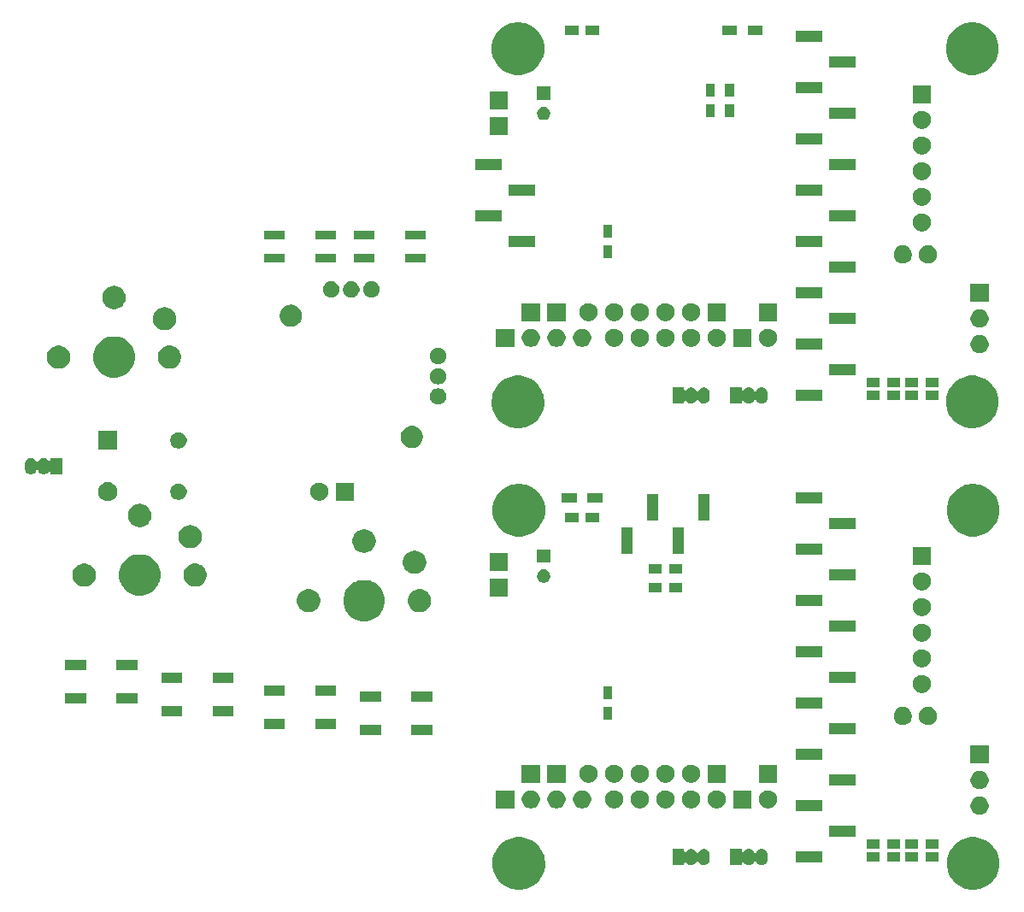
<source format=gts>
G04 #@! TF.GenerationSoftware,KiCad,Pcbnew,(5.1.5)-3*
G04 #@! TF.CreationDate,2020-09-25T18:15:40+09:00*
G04 #@! TF.ProjectId,lefthand,6c656674-6861-46e6-942e-6b696361645f,rev?*
G04 #@! TF.SameCoordinates,Original*
G04 #@! TF.FileFunction,Soldermask,Top*
G04 #@! TF.FilePolarity,Negative*
%FSLAX46Y46*%
G04 Gerber Fmt 4.6, Leading zero omitted, Abs format (unit mm)*
G04 Created by KiCad (PCBNEW (5.1.5)-3) date 2020-09-25 18:15:40*
%MOMM*%
%LPD*%
G04 APERTURE LIST*
%ADD10C,0.100000*%
G04 APERTURE END LIST*
D10*
G36*
X117348210Y-107935055D02*
G01*
X117599850Y-107985109D01*
X118073930Y-108181479D01*
X118500590Y-108466565D01*
X118863435Y-108829410D01*
X119148521Y-109256070D01*
X119344891Y-109730150D01*
X119344891Y-109730151D01*
X119420110Y-110108297D01*
X119445000Y-110233430D01*
X119445000Y-110746570D01*
X119344891Y-111249850D01*
X119148521Y-111723930D01*
X118863435Y-112150590D01*
X118500590Y-112513435D01*
X118073930Y-112798521D01*
X117599850Y-112994891D01*
X117348210Y-113044946D01*
X117096571Y-113095000D01*
X116583429Y-113095000D01*
X116331790Y-113044946D01*
X116080150Y-112994891D01*
X115606070Y-112798521D01*
X115179410Y-112513435D01*
X114816565Y-112150590D01*
X114531479Y-111723930D01*
X114335109Y-111249850D01*
X114235000Y-110746570D01*
X114235000Y-110233430D01*
X114259891Y-110108297D01*
X114335109Y-109730151D01*
X114335109Y-109730150D01*
X114531479Y-109256070D01*
X114816565Y-108829410D01*
X115179410Y-108466565D01*
X115606070Y-108181479D01*
X116080150Y-107985109D01*
X116331790Y-107935055D01*
X116583429Y-107885000D01*
X117096571Y-107885000D01*
X117348210Y-107935055D01*
G37*
G36*
X72348210Y-107935055D02*
G01*
X72599850Y-107985109D01*
X73073930Y-108181479D01*
X73500590Y-108466565D01*
X73863435Y-108829410D01*
X74148521Y-109256070D01*
X74344891Y-109730150D01*
X74344891Y-109730151D01*
X74420110Y-110108297D01*
X74445000Y-110233430D01*
X74445000Y-110746570D01*
X74344891Y-111249850D01*
X74148521Y-111723930D01*
X73863435Y-112150590D01*
X73500590Y-112513435D01*
X73073930Y-112798521D01*
X72599850Y-112994891D01*
X72348210Y-113044946D01*
X72096571Y-113095000D01*
X71583429Y-113095000D01*
X71331790Y-113044946D01*
X71080150Y-112994891D01*
X70606070Y-112798521D01*
X70179410Y-112513435D01*
X69816565Y-112150590D01*
X69531479Y-111723930D01*
X69335109Y-111249850D01*
X69235000Y-110746570D01*
X69235000Y-110233430D01*
X69259891Y-110108297D01*
X69335109Y-109730151D01*
X69335109Y-109730150D01*
X69531479Y-109256070D01*
X69816565Y-108829410D01*
X70179410Y-108466565D01*
X70606070Y-108181479D01*
X71080150Y-107985109D01*
X71331790Y-107935055D01*
X71583429Y-107885000D01*
X72096571Y-107885000D01*
X72348210Y-107935055D01*
G37*
G36*
X95997915Y-109062334D02*
G01*
X96106491Y-109095271D01*
X96106494Y-109095272D01*
X96142600Y-109114571D01*
X96206556Y-109148756D01*
X96294264Y-109220736D01*
X96366244Y-109308443D01*
X96400429Y-109372399D01*
X96419728Y-109408505D01*
X96419729Y-109408508D01*
X96452666Y-109517084D01*
X96461000Y-109601702D01*
X96461000Y-110108297D01*
X96452666Y-110192916D01*
X96420252Y-110299767D01*
X96419728Y-110301495D01*
X96409761Y-110320141D01*
X96366244Y-110401557D01*
X96294264Y-110489264D01*
X96206557Y-110561244D01*
X96142601Y-110595429D01*
X96106495Y-110614728D01*
X96106492Y-110614729D01*
X95997916Y-110647666D01*
X95885000Y-110658787D01*
X95772085Y-110647666D01*
X95663509Y-110614729D01*
X95663506Y-110614728D01*
X95627400Y-110595429D01*
X95563444Y-110561244D01*
X95475737Y-110489264D01*
X95403757Y-110401557D01*
X95360239Y-110320141D01*
X95346625Y-110299766D01*
X95329298Y-110282439D01*
X95308924Y-110268826D01*
X95286285Y-110259448D01*
X95262252Y-110254668D01*
X95237748Y-110254668D01*
X95213715Y-110259448D01*
X95191076Y-110268826D01*
X95170701Y-110282440D01*
X95153374Y-110299767D01*
X95139761Y-110320141D01*
X95096244Y-110401557D01*
X95024264Y-110489264D01*
X94936557Y-110561244D01*
X94872601Y-110595429D01*
X94836495Y-110614728D01*
X94836492Y-110614729D01*
X94727916Y-110647666D01*
X94615000Y-110658787D01*
X94502085Y-110647666D01*
X94393509Y-110614729D01*
X94393506Y-110614728D01*
X94357400Y-110595429D01*
X94293444Y-110561244D01*
X94205737Y-110489264D01*
X94142622Y-110412359D01*
X94125297Y-110395034D01*
X94104923Y-110381420D01*
X94082284Y-110372043D01*
X94058250Y-110367263D01*
X94033746Y-110367263D01*
X94009713Y-110372044D01*
X93987074Y-110381421D01*
X93966700Y-110395035D01*
X93949373Y-110412362D01*
X93935759Y-110432736D01*
X93926382Y-110455375D01*
X93921000Y-110491660D01*
X93921000Y-110656000D01*
X92769000Y-110656000D01*
X92769000Y-109054000D01*
X93921000Y-109054000D01*
X93921000Y-109218341D01*
X93923402Y-109242727D01*
X93930515Y-109266176D01*
X93942066Y-109287787D01*
X93957611Y-109306729D01*
X93976553Y-109322274D01*
X93998164Y-109333825D01*
X94021613Y-109340938D01*
X94045999Y-109343340D01*
X94070385Y-109340938D01*
X94093834Y-109333825D01*
X94115445Y-109322274D01*
X94134387Y-109306729D01*
X94142608Y-109297657D01*
X94205736Y-109220736D01*
X94293443Y-109148756D01*
X94357399Y-109114571D01*
X94393505Y-109095272D01*
X94393508Y-109095271D01*
X94502084Y-109062334D01*
X94615000Y-109051213D01*
X94727915Y-109062334D01*
X94836491Y-109095271D01*
X94836494Y-109095272D01*
X94872600Y-109114571D01*
X94936556Y-109148756D01*
X95024264Y-109220736D01*
X95096244Y-109308443D01*
X95139761Y-109389859D01*
X95153375Y-109410234D01*
X95170702Y-109427561D01*
X95191076Y-109441174D01*
X95213715Y-109450552D01*
X95237748Y-109455332D01*
X95262252Y-109455332D01*
X95286285Y-109450552D01*
X95308924Y-109441174D01*
X95329299Y-109427560D01*
X95346626Y-109410233D01*
X95360239Y-109389860D01*
X95403756Y-109308444D01*
X95475736Y-109220736D01*
X95563443Y-109148756D01*
X95627399Y-109114571D01*
X95663505Y-109095272D01*
X95663508Y-109095271D01*
X95772084Y-109062334D01*
X95885000Y-109051213D01*
X95997915Y-109062334D01*
G37*
G36*
X90282915Y-109062334D02*
G01*
X90391491Y-109095271D01*
X90391494Y-109095272D01*
X90427600Y-109114571D01*
X90491556Y-109148756D01*
X90579264Y-109220736D01*
X90651244Y-109308443D01*
X90685429Y-109372399D01*
X90704728Y-109408505D01*
X90704729Y-109408508D01*
X90737666Y-109517084D01*
X90746000Y-109601702D01*
X90746000Y-110108297D01*
X90737666Y-110192916D01*
X90705252Y-110299767D01*
X90704728Y-110301495D01*
X90694761Y-110320141D01*
X90651244Y-110401557D01*
X90579264Y-110489264D01*
X90491557Y-110561244D01*
X90427601Y-110595429D01*
X90391495Y-110614728D01*
X90391492Y-110614729D01*
X90282916Y-110647666D01*
X90170000Y-110658787D01*
X90057085Y-110647666D01*
X89948509Y-110614729D01*
X89948506Y-110614728D01*
X89912400Y-110595429D01*
X89848444Y-110561244D01*
X89760737Y-110489264D01*
X89688757Y-110401557D01*
X89645239Y-110320141D01*
X89631625Y-110299766D01*
X89614298Y-110282439D01*
X89593924Y-110268826D01*
X89571285Y-110259448D01*
X89547252Y-110254668D01*
X89522748Y-110254668D01*
X89498715Y-110259448D01*
X89476076Y-110268826D01*
X89455701Y-110282440D01*
X89438374Y-110299767D01*
X89424761Y-110320141D01*
X89381244Y-110401557D01*
X89309264Y-110489264D01*
X89221557Y-110561244D01*
X89157601Y-110595429D01*
X89121495Y-110614728D01*
X89121492Y-110614729D01*
X89012916Y-110647666D01*
X88900000Y-110658787D01*
X88787085Y-110647666D01*
X88678509Y-110614729D01*
X88678506Y-110614728D01*
X88642400Y-110595429D01*
X88578444Y-110561244D01*
X88490737Y-110489264D01*
X88427622Y-110412359D01*
X88410297Y-110395034D01*
X88389923Y-110381420D01*
X88367284Y-110372043D01*
X88343250Y-110367263D01*
X88318746Y-110367263D01*
X88294713Y-110372044D01*
X88272074Y-110381421D01*
X88251700Y-110395035D01*
X88234373Y-110412362D01*
X88220759Y-110432736D01*
X88211382Y-110455375D01*
X88206000Y-110491660D01*
X88206000Y-110656000D01*
X87054000Y-110656000D01*
X87054000Y-109054000D01*
X88206000Y-109054000D01*
X88206000Y-109218341D01*
X88208402Y-109242727D01*
X88215515Y-109266176D01*
X88227066Y-109287787D01*
X88242611Y-109306729D01*
X88261553Y-109322274D01*
X88283164Y-109333825D01*
X88306613Y-109340938D01*
X88330999Y-109343340D01*
X88355385Y-109340938D01*
X88378834Y-109333825D01*
X88400445Y-109322274D01*
X88419387Y-109306729D01*
X88427608Y-109297657D01*
X88490736Y-109220736D01*
X88578443Y-109148756D01*
X88642399Y-109114571D01*
X88678505Y-109095272D01*
X88678508Y-109095271D01*
X88787084Y-109062334D01*
X88900000Y-109051213D01*
X89012915Y-109062334D01*
X89121491Y-109095271D01*
X89121494Y-109095272D01*
X89157600Y-109114571D01*
X89221556Y-109148756D01*
X89309264Y-109220736D01*
X89381244Y-109308443D01*
X89424761Y-109389859D01*
X89438375Y-109410234D01*
X89455702Y-109427561D01*
X89476076Y-109441174D01*
X89498715Y-109450552D01*
X89522748Y-109455332D01*
X89547252Y-109455332D01*
X89571285Y-109450552D01*
X89593924Y-109441174D01*
X89614299Y-109427560D01*
X89631626Y-109410233D01*
X89645239Y-109389860D01*
X89688756Y-109308444D01*
X89760736Y-109220736D01*
X89848443Y-109148756D01*
X89912399Y-109114571D01*
X89948505Y-109095272D01*
X89948508Y-109095271D01*
X90057084Y-109062334D01*
X90170000Y-109051213D01*
X90282915Y-109062334D01*
G37*
G36*
X101886000Y-110406000D02*
G01*
X99274000Y-110406000D01*
X99274000Y-109304000D01*
X101886000Y-109304000D01*
X101886000Y-110406000D01*
G37*
G36*
X109617000Y-110306000D02*
G01*
X108315000Y-110306000D01*
X108315000Y-109404000D01*
X109617000Y-109404000D01*
X109617000Y-110306000D01*
G37*
G36*
X113427000Y-110306000D02*
G01*
X112125000Y-110306000D01*
X112125000Y-109404000D01*
X113427000Y-109404000D01*
X113427000Y-110306000D01*
G37*
G36*
X111395000Y-110306000D02*
G01*
X110093000Y-110306000D01*
X110093000Y-109404000D01*
X111395000Y-109404000D01*
X111395000Y-110306000D01*
G37*
G36*
X107585000Y-110306000D02*
G01*
X106283000Y-110306000D01*
X106283000Y-109404000D01*
X107585000Y-109404000D01*
X107585000Y-110306000D01*
G37*
G36*
X111395000Y-109036000D02*
G01*
X110093000Y-109036000D01*
X110093000Y-108134000D01*
X111395000Y-108134000D01*
X111395000Y-109036000D01*
G37*
G36*
X113427000Y-109036000D02*
G01*
X112125000Y-109036000D01*
X112125000Y-108134000D01*
X113427000Y-108134000D01*
X113427000Y-109036000D01*
G37*
G36*
X109617000Y-109036000D02*
G01*
X108315000Y-109036000D01*
X108315000Y-108134000D01*
X109617000Y-108134000D01*
X109617000Y-109036000D01*
G37*
G36*
X107585000Y-109036000D02*
G01*
X106283000Y-109036000D01*
X106283000Y-108134000D01*
X107585000Y-108134000D01*
X107585000Y-109036000D01*
G37*
G36*
X105196000Y-107866000D02*
G01*
X102584000Y-107866000D01*
X102584000Y-106764000D01*
X105196000Y-106764000D01*
X105196000Y-107866000D01*
G37*
G36*
X117579769Y-103877188D02*
G01*
X117737812Y-103908624D01*
X117901784Y-103976544D01*
X118049354Y-104075147D01*
X118174853Y-104200646D01*
X118273456Y-104348216D01*
X118341376Y-104512188D01*
X118376000Y-104686259D01*
X118376000Y-104863741D01*
X118341376Y-105037812D01*
X118273456Y-105201784D01*
X118174853Y-105349354D01*
X118049354Y-105474853D01*
X117901784Y-105573456D01*
X117737812Y-105641376D01*
X117588512Y-105671073D01*
X117563742Y-105676000D01*
X117386258Y-105676000D01*
X117361488Y-105671073D01*
X117212188Y-105641376D01*
X117048216Y-105573456D01*
X116900646Y-105474853D01*
X116775147Y-105349354D01*
X116676544Y-105201784D01*
X116608624Y-105037812D01*
X116574000Y-104863741D01*
X116574000Y-104686259D01*
X116608624Y-104512188D01*
X116676544Y-104348216D01*
X116775147Y-104200646D01*
X116900646Y-104075147D01*
X117048216Y-103976544D01*
X117212188Y-103908624D01*
X117370231Y-103877188D01*
X117386258Y-103874000D01*
X117563742Y-103874000D01*
X117579769Y-103877188D01*
G37*
G36*
X101886000Y-105326000D02*
G01*
X99274000Y-105326000D01*
X99274000Y-104224000D01*
X101886000Y-104224000D01*
X101886000Y-105326000D01*
G37*
G36*
X94881000Y-105041000D02*
G01*
X93079000Y-105041000D01*
X93079000Y-103239000D01*
X94881000Y-103239000D01*
X94881000Y-105041000D01*
G37*
G36*
X91553512Y-103243927D02*
G01*
X91702812Y-103273624D01*
X91866784Y-103341544D01*
X92014354Y-103440147D01*
X92139853Y-103565646D01*
X92238456Y-103713216D01*
X92306376Y-103877188D01*
X92341000Y-104051259D01*
X92341000Y-104228741D01*
X92306376Y-104402812D01*
X92238456Y-104566784D01*
X92139853Y-104714354D01*
X92014354Y-104839853D01*
X91866784Y-104938456D01*
X91702812Y-105006376D01*
X91553512Y-105036073D01*
X91528742Y-105041000D01*
X91351258Y-105041000D01*
X91326488Y-105036073D01*
X91177188Y-105006376D01*
X91013216Y-104938456D01*
X90865646Y-104839853D01*
X90740147Y-104714354D01*
X90641544Y-104566784D01*
X90573624Y-104402812D01*
X90539000Y-104228741D01*
X90539000Y-104051259D01*
X90573624Y-103877188D01*
X90641544Y-103713216D01*
X90740147Y-103565646D01*
X90865646Y-103440147D01*
X91013216Y-103341544D01*
X91177188Y-103273624D01*
X91326488Y-103243927D01*
X91351258Y-103239000D01*
X91528742Y-103239000D01*
X91553512Y-103243927D01*
G37*
G36*
X89013512Y-103243927D02*
G01*
X89162812Y-103273624D01*
X89326784Y-103341544D01*
X89474354Y-103440147D01*
X89599853Y-103565646D01*
X89698456Y-103713216D01*
X89766376Y-103877188D01*
X89801000Y-104051259D01*
X89801000Y-104228741D01*
X89766376Y-104402812D01*
X89698456Y-104566784D01*
X89599853Y-104714354D01*
X89474354Y-104839853D01*
X89326784Y-104938456D01*
X89162812Y-105006376D01*
X89013512Y-105036073D01*
X88988742Y-105041000D01*
X88811258Y-105041000D01*
X88786488Y-105036073D01*
X88637188Y-105006376D01*
X88473216Y-104938456D01*
X88325646Y-104839853D01*
X88200147Y-104714354D01*
X88101544Y-104566784D01*
X88033624Y-104402812D01*
X87999000Y-104228741D01*
X87999000Y-104051259D01*
X88033624Y-103877188D01*
X88101544Y-103713216D01*
X88200147Y-103565646D01*
X88325646Y-103440147D01*
X88473216Y-103341544D01*
X88637188Y-103273624D01*
X88786488Y-103243927D01*
X88811258Y-103239000D01*
X88988742Y-103239000D01*
X89013512Y-103243927D01*
G37*
G36*
X86473512Y-103243927D02*
G01*
X86622812Y-103273624D01*
X86786784Y-103341544D01*
X86934354Y-103440147D01*
X87059853Y-103565646D01*
X87158456Y-103713216D01*
X87226376Y-103877188D01*
X87261000Y-104051259D01*
X87261000Y-104228741D01*
X87226376Y-104402812D01*
X87158456Y-104566784D01*
X87059853Y-104714354D01*
X86934354Y-104839853D01*
X86786784Y-104938456D01*
X86622812Y-105006376D01*
X86473512Y-105036073D01*
X86448742Y-105041000D01*
X86271258Y-105041000D01*
X86246488Y-105036073D01*
X86097188Y-105006376D01*
X85933216Y-104938456D01*
X85785646Y-104839853D01*
X85660147Y-104714354D01*
X85561544Y-104566784D01*
X85493624Y-104402812D01*
X85459000Y-104228741D01*
X85459000Y-104051259D01*
X85493624Y-103877188D01*
X85561544Y-103713216D01*
X85660147Y-103565646D01*
X85785646Y-103440147D01*
X85933216Y-103341544D01*
X86097188Y-103273624D01*
X86246488Y-103243927D01*
X86271258Y-103239000D01*
X86448742Y-103239000D01*
X86473512Y-103243927D01*
G37*
G36*
X83933512Y-103243927D02*
G01*
X84082812Y-103273624D01*
X84246784Y-103341544D01*
X84394354Y-103440147D01*
X84519853Y-103565646D01*
X84618456Y-103713216D01*
X84686376Y-103877188D01*
X84721000Y-104051259D01*
X84721000Y-104228741D01*
X84686376Y-104402812D01*
X84618456Y-104566784D01*
X84519853Y-104714354D01*
X84394354Y-104839853D01*
X84246784Y-104938456D01*
X84082812Y-105006376D01*
X83933512Y-105036073D01*
X83908742Y-105041000D01*
X83731258Y-105041000D01*
X83706488Y-105036073D01*
X83557188Y-105006376D01*
X83393216Y-104938456D01*
X83245646Y-104839853D01*
X83120147Y-104714354D01*
X83021544Y-104566784D01*
X82953624Y-104402812D01*
X82919000Y-104228741D01*
X82919000Y-104051259D01*
X82953624Y-103877188D01*
X83021544Y-103713216D01*
X83120147Y-103565646D01*
X83245646Y-103440147D01*
X83393216Y-103341544D01*
X83557188Y-103273624D01*
X83706488Y-103243927D01*
X83731258Y-103239000D01*
X83908742Y-103239000D01*
X83933512Y-103243927D01*
G37*
G36*
X71386000Y-105041000D02*
G01*
X69584000Y-105041000D01*
X69584000Y-103239000D01*
X71386000Y-103239000D01*
X71386000Y-105041000D01*
G37*
G36*
X73138512Y-103243927D02*
G01*
X73287812Y-103273624D01*
X73451784Y-103341544D01*
X73599354Y-103440147D01*
X73724853Y-103565646D01*
X73823456Y-103713216D01*
X73891376Y-103877188D01*
X73926000Y-104051259D01*
X73926000Y-104228741D01*
X73891376Y-104402812D01*
X73823456Y-104566784D01*
X73724853Y-104714354D01*
X73599354Y-104839853D01*
X73451784Y-104938456D01*
X73287812Y-105006376D01*
X73138512Y-105036073D01*
X73113742Y-105041000D01*
X72936258Y-105041000D01*
X72911488Y-105036073D01*
X72762188Y-105006376D01*
X72598216Y-104938456D01*
X72450646Y-104839853D01*
X72325147Y-104714354D01*
X72226544Y-104566784D01*
X72158624Y-104402812D01*
X72124000Y-104228741D01*
X72124000Y-104051259D01*
X72158624Y-103877188D01*
X72226544Y-103713216D01*
X72325147Y-103565646D01*
X72450646Y-103440147D01*
X72598216Y-103341544D01*
X72762188Y-103273624D01*
X72911488Y-103243927D01*
X72936258Y-103239000D01*
X73113742Y-103239000D01*
X73138512Y-103243927D01*
G37*
G36*
X75678512Y-103243927D02*
G01*
X75827812Y-103273624D01*
X75991784Y-103341544D01*
X76139354Y-103440147D01*
X76264853Y-103565646D01*
X76363456Y-103713216D01*
X76431376Y-103877188D01*
X76466000Y-104051259D01*
X76466000Y-104228741D01*
X76431376Y-104402812D01*
X76363456Y-104566784D01*
X76264853Y-104714354D01*
X76139354Y-104839853D01*
X75991784Y-104938456D01*
X75827812Y-105006376D01*
X75678512Y-105036073D01*
X75653742Y-105041000D01*
X75476258Y-105041000D01*
X75451488Y-105036073D01*
X75302188Y-105006376D01*
X75138216Y-104938456D01*
X74990646Y-104839853D01*
X74865147Y-104714354D01*
X74766544Y-104566784D01*
X74698624Y-104402812D01*
X74664000Y-104228741D01*
X74664000Y-104051259D01*
X74698624Y-103877188D01*
X74766544Y-103713216D01*
X74865147Y-103565646D01*
X74990646Y-103440147D01*
X75138216Y-103341544D01*
X75302188Y-103273624D01*
X75451488Y-103243927D01*
X75476258Y-103239000D01*
X75653742Y-103239000D01*
X75678512Y-103243927D01*
G37*
G36*
X78218512Y-103243927D02*
G01*
X78367812Y-103273624D01*
X78531784Y-103341544D01*
X78679354Y-103440147D01*
X78804853Y-103565646D01*
X78903456Y-103713216D01*
X78971376Y-103877188D01*
X79006000Y-104051259D01*
X79006000Y-104228741D01*
X78971376Y-104402812D01*
X78903456Y-104566784D01*
X78804853Y-104714354D01*
X78679354Y-104839853D01*
X78531784Y-104938456D01*
X78367812Y-105006376D01*
X78218512Y-105036073D01*
X78193742Y-105041000D01*
X78016258Y-105041000D01*
X77991488Y-105036073D01*
X77842188Y-105006376D01*
X77678216Y-104938456D01*
X77530646Y-104839853D01*
X77405147Y-104714354D01*
X77306544Y-104566784D01*
X77238624Y-104402812D01*
X77204000Y-104228741D01*
X77204000Y-104051259D01*
X77238624Y-103877188D01*
X77306544Y-103713216D01*
X77405147Y-103565646D01*
X77530646Y-103440147D01*
X77678216Y-103341544D01*
X77842188Y-103273624D01*
X77991488Y-103243927D01*
X78016258Y-103239000D01*
X78193742Y-103239000D01*
X78218512Y-103243927D01*
G37*
G36*
X96633512Y-103243927D02*
G01*
X96782812Y-103273624D01*
X96946784Y-103341544D01*
X97094354Y-103440147D01*
X97219853Y-103565646D01*
X97318456Y-103713216D01*
X97386376Y-103877188D01*
X97421000Y-104051259D01*
X97421000Y-104228741D01*
X97386376Y-104402812D01*
X97318456Y-104566784D01*
X97219853Y-104714354D01*
X97094354Y-104839853D01*
X96946784Y-104938456D01*
X96782812Y-105006376D01*
X96633512Y-105036073D01*
X96608742Y-105041000D01*
X96431258Y-105041000D01*
X96406488Y-105036073D01*
X96257188Y-105006376D01*
X96093216Y-104938456D01*
X95945646Y-104839853D01*
X95820147Y-104714354D01*
X95721544Y-104566784D01*
X95653624Y-104402812D01*
X95619000Y-104228741D01*
X95619000Y-104051259D01*
X95653624Y-103877188D01*
X95721544Y-103713216D01*
X95820147Y-103565646D01*
X95945646Y-103440147D01*
X96093216Y-103341544D01*
X96257188Y-103273624D01*
X96406488Y-103243927D01*
X96431258Y-103239000D01*
X96608742Y-103239000D01*
X96633512Y-103243927D01*
G37*
G36*
X81393512Y-103243927D02*
G01*
X81542812Y-103273624D01*
X81706784Y-103341544D01*
X81854354Y-103440147D01*
X81979853Y-103565646D01*
X82078456Y-103713216D01*
X82146376Y-103877188D01*
X82181000Y-104051259D01*
X82181000Y-104228741D01*
X82146376Y-104402812D01*
X82078456Y-104566784D01*
X81979853Y-104714354D01*
X81854354Y-104839853D01*
X81706784Y-104938456D01*
X81542812Y-105006376D01*
X81393512Y-105036073D01*
X81368742Y-105041000D01*
X81191258Y-105041000D01*
X81166488Y-105036073D01*
X81017188Y-105006376D01*
X80853216Y-104938456D01*
X80705646Y-104839853D01*
X80580147Y-104714354D01*
X80481544Y-104566784D01*
X80413624Y-104402812D01*
X80379000Y-104228741D01*
X80379000Y-104051259D01*
X80413624Y-103877188D01*
X80481544Y-103713216D01*
X80580147Y-103565646D01*
X80705646Y-103440147D01*
X80853216Y-103341544D01*
X81017188Y-103273624D01*
X81166488Y-103243927D01*
X81191258Y-103239000D01*
X81368742Y-103239000D01*
X81393512Y-103243927D01*
G37*
G36*
X117579769Y-101337188D02*
G01*
X117737812Y-101368624D01*
X117901784Y-101436544D01*
X118049354Y-101535147D01*
X118174853Y-101660646D01*
X118273456Y-101808216D01*
X118341376Y-101972188D01*
X118376000Y-102146259D01*
X118376000Y-102323741D01*
X118341376Y-102497812D01*
X118273456Y-102661784D01*
X118174853Y-102809354D01*
X118049354Y-102934853D01*
X117901784Y-103033456D01*
X117737812Y-103101376D01*
X117588512Y-103131073D01*
X117563742Y-103136000D01*
X117386258Y-103136000D01*
X117361488Y-103131073D01*
X117212188Y-103101376D01*
X117048216Y-103033456D01*
X116900646Y-102934853D01*
X116775147Y-102809354D01*
X116676544Y-102661784D01*
X116608624Y-102497812D01*
X116574000Y-102323741D01*
X116574000Y-102146259D01*
X116608624Y-101972188D01*
X116676544Y-101808216D01*
X116775147Y-101660646D01*
X116900646Y-101535147D01*
X117048216Y-101436544D01*
X117212188Y-101368624D01*
X117370231Y-101337188D01*
X117386258Y-101334000D01*
X117563742Y-101334000D01*
X117579769Y-101337188D01*
G37*
G36*
X105196000Y-102786000D02*
G01*
X102584000Y-102786000D01*
X102584000Y-101684000D01*
X105196000Y-101684000D01*
X105196000Y-102786000D01*
G37*
G36*
X89013512Y-100703927D02*
G01*
X89162812Y-100733624D01*
X89326784Y-100801544D01*
X89474354Y-100900147D01*
X89599853Y-101025646D01*
X89698456Y-101173216D01*
X89766376Y-101337188D01*
X89801000Y-101511259D01*
X89801000Y-101688741D01*
X89766376Y-101862812D01*
X89698456Y-102026784D01*
X89599853Y-102174354D01*
X89474354Y-102299853D01*
X89326784Y-102398456D01*
X89162812Y-102466376D01*
X89013512Y-102496073D01*
X88988742Y-102501000D01*
X88811258Y-102501000D01*
X88786488Y-102496073D01*
X88637188Y-102466376D01*
X88473216Y-102398456D01*
X88325646Y-102299853D01*
X88200147Y-102174354D01*
X88101544Y-102026784D01*
X88033624Y-101862812D01*
X87999000Y-101688741D01*
X87999000Y-101511259D01*
X88033624Y-101337188D01*
X88101544Y-101173216D01*
X88200147Y-101025646D01*
X88325646Y-100900147D01*
X88473216Y-100801544D01*
X88637188Y-100733624D01*
X88786488Y-100703927D01*
X88811258Y-100699000D01*
X88988742Y-100699000D01*
X89013512Y-100703927D01*
G37*
G36*
X92341000Y-102501000D02*
G01*
X90539000Y-102501000D01*
X90539000Y-100699000D01*
X92341000Y-100699000D01*
X92341000Y-102501000D01*
G37*
G36*
X86473512Y-100703927D02*
G01*
X86622812Y-100733624D01*
X86786784Y-100801544D01*
X86934354Y-100900147D01*
X87059853Y-101025646D01*
X87158456Y-101173216D01*
X87226376Y-101337188D01*
X87261000Y-101511259D01*
X87261000Y-101688741D01*
X87226376Y-101862812D01*
X87158456Y-102026784D01*
X87059853Y-102174354D01*
X86934354Y-102299853D01*
X86786784Y-102398456D01*
X86622812Y-102466376D01*
X86473512Y-102496073D01*
X86448742Y-102501000D01*
X86271258Y-102501000D01*
X86246488Y-102496073D01*
X86097188Y-102466376D01*
X85933216Y-102398456D01*
X85785646Y-102299853D01*
X85660147Y-102174354D01*
X85561544Y-102026784D01*
X85493624Y-101862812D01*
X85459000Y-101688741D01*
X85459000Y-101511259D01*
X85493624Y-101337188D01*
X85561544Y-101173216D01*
X85660147Y-101025646D01*
X85785646Y-100900147D01*
X85933216Y-100801544D01*
X86097188Y-100733624D01*
X86246488Y-100703927D01*
X86271258Y-100699000D01*
X86448742Y-100699000D01*
X86473512Y-100703927D01*
G37*
G36*
X78853512Y-100703927D02*
G01*
X79002812Y-100733624D01*
X79166784Y-100801544D01*
X79314354Y-100900147D01*
X79439853Y-101025646D01*
X79538456Y-101173216D01*
X79606376Y-101337188D01*
X79641000Y-101511259D01*
X79641000Y-101688741D01*
X79606376Y-101862812D01*
X79538456Y-102026784D01*
X79439853Y-102174354D01*
X79314354Y-102299853D01*
X79166784Y-102398456D01*
X79002812Y-102466376D01*
X78853512Y-102496073D01*
X78828742Y-102501000D01*
X78651258Y-102501000D01*
X78626488Y-102496073D01*
X78477188Y-102466376D01*
X78313216Y-102398456D01*
X78165646Y-102299853D01*
X78040147Y-102174354D01*
X77941544Y-102026784D01*
X77873624Y-101862812D01*
X77839000Y-101688741D01*
X77839000Y-101511259D01*
X77873624Y-101337188D01*
X77941544Y-101173216D01*
X78040147Y-101025646D01*
X78165646Y-100900147D01*
X78313216Y-100801544D01*
X78477188Y-100733624D01*
X78626488Y-100703927D01*
X78651258Y-100699000D01*
X78828742Y-100699000D01*
X78853512Y-100703927D01*
G37*
G36*
X97421000Y-102501000D02*
G01*
X95619000Y-102501000D01*
X95619000Y-100699000D01*
X97421000Y-100699000D01*
X97421000Y-102501000D01*
G37*
G36*
X73926000Y-102501000D02*
G01*
X72124000Y-102501000D01*
X72124000Y-100699000D01*
X73926000Y-100699000D01*
X73926000Y-102501000D01*
G37*
G36*
X83933512Y-100703927D02*
G01*
X84082812Y-100733624D01*
X84246784Y-100801544D01*
X84394354Y-100900147D01*
X84519853Y-101025646D01*
X84618456Y-101173216D01*
X84686376Y-101337188D01*
X84721000Y-101511259D01*
X84721000Y-101688741D01*
X84686376Y-101862812D01*
X84618456Y-102026784D01*
X84519853Y-102174354D01*
X84394354Y-102299853D01*
X84246784Y-102398456D01*
X84082812Y-102466376D01*
X83933512Y-102496073D01*
X83908742Y-102501000D01*
X83731258Y-102501000D01*
X83706488Y-102496073D01*
X83557188Y-102466376D01*
X83393216Y-102398456D01*
X83245646Y-102299853D01*
X83120147Y-102174354D01*
X83021544Y-102026784D01*
X82953624Y-101862812D01*
X82919000Y-101688741D01*
X82919000Y-101511259D01*
X82953624Y-101337188D01*
X83021544Y-101173216D01*
X83120147Y-101025646D01*
X83245646Y-100900147D01*
X83393216Y-100801544D01*
X83557188Y-100733624D01*
X83706488Y-100703927D01*
X83731258Y-100699000D01*
X83908742Y-100699000D01*
X83933512Y-100703927D01*
G37*
G36*
X81393512Y-100703927D02*
G01*
X81542812Y-100733624D01*
X81706784Y-100801544D01*
X81854354Y-100900147D01*
X81979853Y-101025646D01*
X82078456Y-101173216D01*
X82146376Y-101337188D01*
X82181000Y-101511259D01*
X82181000Y-101688741D01*
X82146376Y-101862812D01*
X82078456Y-102026784D01*
X81979853Y-102174354D01*
X81854354Y-102299853D01*
X81706784Y-102398456D01*
X81542812Y-102466376D01*
X81393512Y-102496073D01*
X81368742Y-102501000D01*
X81191258Y-102501000D01*
X81166488Y-102496073D01*
X81017188Y-102466376D01*
X80853216Y-102398456D01*
X80705646Y-102299853D01*
X80580147Y-102174354D01*
X80481544Y-102026784D01*
X80413624Y-101862812D01*
X80379000Y-101688741D01*
X80379000Y-101511259D01*
X80413624Y-101337188D01*
X80481544Y-101173216D01*
X80580147Y-101025646D01*
X80705646Y-100900147D01*
X80853216Y-100801544D01*
X81017188Y-100733624D01*
X81166488Y-100703927D01*
X81191258Y-100699000D01*
X81368742Y-100699000D01*
X81393512Y-100703927D01*
G37*
G36*
X76466000Y-102501000D02*
G01*
X74664000Y-102501000D01*
X74664000Y-100699000D01*
X76466000Y-100699000D01*
X76466000Y-102501000D01*
G37*
G36*
X118376000Y-100596000D02*
G01*
X116574000Y-100596000D01*
X116574000Y-98794000D01*
X118376000Y-98794000D01*
X118376000Y-100596000D01*
G37*
G36*
X101886000Y-100246000D02*
G01*
X99274000Y-100246000D01*
X99274000Y-99144000D01*
X101886000Y-99144000D01*
X101886000Y-100246000D01*
G37*
G36*
X58201000Y-97783000D02*
G01*
X56099000Y-97783000D01*
X56099000Y-96781000D01*
X58201000Y-96781000D01*
X58201000Y-97783000D01*
G37*
G36*
X63281000Y-97783000D02*
G01*
X61179000Y-97783000D01*
X61179000Y-96781000D01*
X63281000Y-96781000D01*
X63281000Y-97783000D01*
G37*
G36*
X105196000Y-97706000D02*
G01*
X102584000Y-97706000D01*
X102584000Y-96604000D01*
X105196000Y-96604000D01*
X105196000Y-97706000D01*
G37*
G36*
X48676000Y-97148000D02*
G01*
X46574000Y-97148000D01*
X46574000Y-96146000D01*
X48676000Y-96146000D01*
X48676000Y-97148000D01*
G37*
G36*
X53756000Y-97148000D02*
G01*
X51654000Y-97148000D01*
X51654000Y-96146000D01*
X53756000Y-96146000D01*
X53756000Y-97148000D01*
G37*
G36*
X112488512Y-94988927D02*
G01*
X112637812Y-95018624D01*
X112801784Y-95086544D01*
X112949354Y-95185147D01*
X113074853Y-95310646D01*
X113173456Y-95458216D01*
X113241376Y-95622188D01*
X113276000Y-95796259D01*
X113276000Y-95973741D01*
X113241376Y-96147812D01*
X113173456Y-96311784D01*
X113074853Y-96459354D01*
X112949354Y-96584853D01*
X112801784Y-96683456D01*
X112637812Y-96751376D01*
X112488878Y-96781000D01*
X112463742Y-96786000D01*
X112286258Y-96786000D01*
X112261122Y-96781000D01*
X112112188Y-96751376D01*
X111948216Y-96683456D01*
X111800646Y-96584853D01*
X111675147Y-96459354D01*
X111576544Y-96311784D01*
X111508624Y-96147812D01*
X111474000Y-95973741D01*
X111474000Y-95796259D01*
X111508624Y-95622188D01*
X111576544Y-95458216D01*
X111675147Y-95310646D01*
X111800646Y-95185147D01*
X111948216Y-95086544D01*
X112112188Y-95018624D01*
X112261488Y-94988927D01*
X112286258Y-94984000D01*
X112463742Y-94984000D01*
X112488512Y-94988927D01*
G37*
G36*
X109988512Y-94988927D02*
G01*
X110137812Y-95018624D01*
X110301784Y-95086544D01*
X110449354Y-95185147D01*
X110574853Y-95310646D01*
X110673456Y-95458216D01*
X110741376Y-95622188D01*
X110776000Y-95796259D01*
X110776000Y-95973741D01*
X110741376Y-96147812D01*
X110673456Y-96311784D01*
X110574853Y-96459354D01*
X110449354Y-96584853D01*
X110301784Y-96683456D01*
X110137812Y-96751376D01*
X109988878Y-96781000D01*
X109963742Y-96786000D01*
X109786258Y-96786000D01*
X109761122Y-96781000D01*
X109612188Y-96751376D01*
X109448216Y-96683456D01*
X109300646Y-96584853D01*
X109175147Y-96459354D01*
X109076544Y-96311784D01*
X109008624Y-96147812D01*
X108974000Y-95973741D01*
X108974000Y-95796259D01*
X109008624Y-95622188D01*
X109076544Y-95458216D01*
X109175147Y-95310646D01*
X109300646Y-95185147D01*
X109448216Y-95086544D01*
X109612188Y-95018624D01*
X109761488Y-94988927D01*
X109786258Y-94984000D01*
X109963742Y-94984000D01*
X109988512Y-94988927D01*
G37*
G36*
X81096000Y-96282000D02*
G01*
X80194000Y-96282000D01*
X80194000Y-94980000D01*
X81096000Y-94980000D01*
X81096000Y-96282000D01*
G37*
G36*
X38516000Y-95878000D02*
G01*
X36414000Y-95878000D01*
X36414000Y-94876000D01*
X38516000Y-94876000D01*
X38516000Y-95878000D01*
G37*
G36*
X43596000Y-95878000D02*
G01*
X41494000Y-95878000D01*
X41494000Y-94876000D01*
X43596000Y-94876000D01*
X43596000Y-95878000D01*
G37*
G36*
X101886000Y-95166000D02*
G01*
X99274000Y-95166000D01*
X99274000Y-94064000D01*
X101886000Y-94064000D01*
X101886000Y-95166000D01*
G37*
G36*
X28991000Y-94608000D02*
G01*
X26889000Y-94608000D01*
X26889000Y-93606000D01*
X28991000Y-93606000D01*
X28991000Y-94608000D01*
G37*
G36*
X34071000Y-94608000D02*
G01*
X31969000Y-94608000D01*
X31969000Y-93606000D01*
X34071000Y-93606000D01*
X34071000Y-94608000D01*
G37*
G36*
X58201000Y-94481000D02*
G01*
X56099000Y-94481000D01*
X56099000Y-93479000D01*
X58201000Y-93479000D01*
X58201000Y-94481000D01*
G37*
G36*
X63281000Y-94481000D02*
G01*
X61179000Y-94481000D01*
X61179000Y-93479000D01*
X63281000Y-93479000D01*
X63281000Y-94481000D01*
G37*
G36*
X81096000Y-94250000D02*
G01*
X80194000Y-94250000D01*
X80194000Y-92948000D01*
X81096000Y-92948000D01*
X81096000Y-94250000D01*
G37*
G36*
X48676000Y-93846000D02*
G01*
X46574000Y-93846000D01*
X46574000Y-92844000D01*
X48676000Y-92844000D01*
X48676000Y-93846000D01*
G37*
G36*
X53756000Y-93846000D02*
G01*
X51654000Y-93846000D01*
X51654000Y-92844000D01*
X53756000Y-92844000D01*
X53756000Y-93846000D01*
G37*
G36*
X111873512Y-91813927D02*
G01*
X112022812Y-91843624D01*
X112186784Y-91911544D01*
X112334354Y-92010147D01*
X112459853Y-92135646D01*
X112558456Y-92283216D01*
X112626376Y-92447188D01*
X112661000Y-92621259D01*
X112661000Y-92798741D01*
X112626376Y-92972812D01*
X112558456Y-93136784D01*
X112459853Y-93284354D01*
X112334354Y-93409853D01*
X112186784Y-93508456D01*
X112022812Y-93576376D01*
X111873878Y-93606000D01*
X111848742Y-93611000D01*
X111671258Y-93611000D01*
X111646122Y-93606000D01*
X111497188Y-93576376D01*
X111333216Y-93508456D01*
X111185646Y-93409853D01*
X111060147Y-93284354D01*
X110961544Y-93136784D01*
X110893624Y-92972812D01*
X110859000Y-92798741D01*
X110859000Y-92621259D01*
X110893624Y-92447188D01*
X110961544Y-92283216D01*
X111060147Y-92135646D01*
X111185646Y-92010147D01*
X111333216Y-91911544D01*
X111497188Y-91843624D01*
X111646488Y-91813927D01*
X111671258Y-91809000D01*
X111848742Y-91809000D01*
X111873512Y-91813927D01*
G37*
G36*
X105196000Y-92626000D02*
G01*
X102584000Y-92626000D01*
X102584000Y-91524000D01*
X105196000Y-91524000D01*
X105196000Y-92626000D01*
G37*
G36*
X43596000Y-92576000D02*
G01*
X41494000Y-92576000D01*
X41494000Y-91574000D01*
X43596000Y-91574000D01*
X43596000Y-92576000D01*
G37*
G36*
X38516000Y-92576000D02*
G01*
X36414000Y-92576000D01*
X36414000Y-91574000D01*
X38516000Y-91574000D01*
X38516000Y-92576000D01*
G37*
G36*
X34071000Y-91306000D02*
G01*
X31969000Y-91306000D01*
X31969000Y-90304000D01*
X34071000Y-90304000D01*
X34071000Y-91306000D01*
G37*
G36*
X28991000Y-91306000D02*
G01*
X26889000Y-91306000D01*
X26889000Y-90304000D01*
X28991000Y-90304000D01*
X28991000Y-91306000D01*
G37*
G36*
X111873512Y-89273927D02*
G01*
X112022812Y-89303624D01*
X112186784Y-89371544D01*
X112334354Y-89470147D01*
X112459853Y-89595646D01*
X112558456Y-89743216D01*
X112626376Y-89907188D01*
X112661000Y-90081259D01*
X112661000Y-90258741D01*
X112626376Y-90432812D01*
X112558456Y-90596784D01*
X112459853Y-90744354D01*
X112334354Y-90869853D01*
X112186784Y-90968456D01*
X112022812Y-91036376D01*
X111873512Y-91066073D01*
X111848742Y-91071000D01*
X111671258Y-91071000D01*
X111646488Y-91066073D01*
X111497188Y-91036376D01*
X111333216Y-90968456D01*
X111185646Y-90869853D01*
X111060147Y-90744354D01*
X110961544Y-90596784D01*
X110893624Y-90432812D01*
X110859000Y-90258741D01*
X110859000Y-90081259D01*
X110893624Y-89907188D01*
X110961544Y-89743216D01*
X111060147Y-89595646D01*
X111185646Y-89470147D01*
X111333216Y-89371544D01*
X111497188Y-89303624D01*
X111646488Y-89273927D01*
X111671258Y-89269000D01*
X111848742Y-89269000D01*
X111873512Y-89273927D01*
G37*
G36*
X101886000Y-90086000D02*
G01*
X99274000Y-90086000D01*
X99274000Y-88984000D01*
X101886000Y-88984000D01*
X101886000Y-90086000D01*
G37*
G36*
X111873512Y-86733927D02*
G01*
X112022812Y-86763624D01*
X112186784Y-86831544D01*
X112334354Y-86930147D01*
X112459853Y-87055646D01*
X112558456Y-87203216D01*
X112626376Y-87367188D01*
X112661000Y-87541259D01*
X112661000Y-87718741D01*
X112626376Y-87892812D01*
X112558456Y-88056784D01*
X112459853Y-88204354D01*
X112334354Y-88329853D01*
X112186784Y-88428456D01*
X112022812Y-88496376D01*
X111873512Y-88526073D01*
X111848742Y-88531000D01*
X111671258Y-88531000D01*
X111646488Y-88526073D01*
X111497188Y-88496376D01*
X111333216Y-88428456D01*
X111185646Y-88329853D01*
X111060147Y-88204354D01*
X110961544Y-88056784D01*
X110893624Y-87892812D01*
X110859000Y-87718741D01*
X110859000Y-87541259D01*
X110893624Y-87367188D01*
X110961544Y-87203216D01*
X111060147Y-87055646D01*
X111185646Y-86930147D01*
X111333216Y-86831544D01*
X111497188Y-86763624D01*
X111646488Y-86733927D01*
X111671258Y-86729000D01*
X111848742Y-86729000D01*
X111873512Y-86733927D01*
G37*
G36*
X105196000Y-87546000D02*
G01*
X102584000Y-87546000D01*
X102584000Y-86444000D01*
X105196000Y-86444000D01*
X105196000Y-87546000D01*
G37*
G36*
X57113254Y-82482818D02*
G01*
X57364554Y-82586910D01*
X57486513Y-82637427D01*
X57748993Y-82812811D01*
X57822436Y-82861884D01*
X58108116Y-83147564D01*
X58332574Y-83483489D01*
X58487182Y-83856746D01*
X58566000Y-84252993D01*
X58566000Y-84657007D01*
X58487182Y-85053254D01*
X58363101Y-85352812D01*
X58332573Y-85426513D01*
X58108116Y-85762436D01*
X57822436Y-86048116D01*
X57486513Y-86272573D01*
X57486512Y-86272574D01*
X57486511Y-86272574D01*
X57113254Y-86427182D01*
X56717007Y-86506000D01*
X56312993Y-86506000D01*
X55916746Y-86427182D01*
X55543489Y-86272574D01*
X55543488Y-86272574D01*
X55543487Y-86272573D01*
X55207564Y-86048116D01*
X54921884Y-85762436D01*
X54697427Y-85426513D01*
X54666899Y-85352812D01*
X54542818Y-85053254D01*
X54464000Y-84657007D01*
X54464000Y-84252993D01*
X54542818Y-83856746D01*
X54697426Y-83483489D01*
X54921884Y-83147564D01*
X55207564Y-82861884D01*
X55281007Y-82812811D01*
X55543487Y-82637427D01*
X55665446Y-82586910D01*
X55916746Y-82482818D01*
X56312993Y-82404000D01*
X56717007Y-82404000D01*
X57113254Y-82482818D01*
G37*
G36*
X111873512Y-84193927D02*
G01*
X112022812Y-84223624D01*
X112186784Y-84291544D01*
X112334354Y-84390147D01*
X112459853Y-84515646D01*
X112558456Y-84663216D01*
X112626376Y-84827188D01*
X112661000Y-85001259D01*
X112661000Y-85178741D01*
X112626376Y-85352812D01*
X112558456Y-85516784D01*
X112459853Y-85664354D01*
X112334354Y-85789853D01*
X112186784Y-85888456D01*
X112022812Y-85956376D01*
X111873512Y-85986073D01*
X111848742Y-85991000D01*
X111671258Y-85991000D01*
X111646488Y-85986073D01*
X111497188Y-85956376D01*
X111333216Y-85888456D01*
X111185646Y-85789853D01*
X111060147Y-85664354D01*
X110961544Y-85516784D01*
X110893624Y-85352812D01*
X110859000Y-85178741D01*
X110859000Y-85001259D01*
X110893624Y-84827188D01*
X110961544Y-84663216D01*
X111060147Y-84515646D01*
X111185646Y-84390147D01*
X111333216Y-84291544D01*
X111497188Y-84223624D01*
X111646488Y-84193927D01*
X111671258Y-84189000D01*
X111848742Y-84189000D01*
X111873512Y-84193927D01*
G37*
G36*
X62239549Y-83326116D02*
G01*
X62350734Y-83348232D01*
X62560203Y-83434997D01*
X62748720Y-83560960D01*
X62909040Y-83721280D01*
X63035003Y-83909797D01*
X63121768Y-84119266D01*
X63166000Y-84341636D01*
X63166000Y-84568364D01*
X63121768Y-84790734D01*
X63035003Y-85000203D01*
X62909040Y-85188720D01*
X62748720Y-85349040D01*
X62560203Y-85475003D01*
X62350734Y-85561768D01*
X62239549Y-85583884D01*
X62128365Y-85606000D01*
X61901635Y-85606000D01*
X61790451Y-85583884D01*
X61679266Y-85561768D01*
X61469797Y-85475003D01*
X61281280Y-85349040D01*
X61120960Y-85188720D01*
X60994997Y-85000203D01*
X60908232Y-84790734D01*
X60864000Y-84568364D01*
X60864000Y-84341636D01*
X60908232Y-84119266D01*
X60994997Y-83909797D01*
X61120960Y-83721280D01*
X61281280Y-83560960D01*
X61469797Y-83434997D01*
X61679266Y-83348232D01*
X61790451Y-83326116D01*
X61901635Y-83304000D01*
X62128365Y-83304000D01*
X62239549Y-83326116D01*
G37*
G36*
X51239549Y-83326116D02*
G01*
X51350734Y-83348232D01*
X51560203Y-83434997D01*
X51748720Y-83560960D01*
X51909040Y-83721280D01*
X52035003Y-83909797D01*
X52121768Y-84119266D01*
X52166000Y-84341636D01*
X52166000Y-84568364D01*
X52121768Y-84790734D01*
X52035003Y-85000203D01*
X51909040Y-85188720D01*
X51748720Y-85349040D01*
X51560203Y-85475003D01*
X51350734Y-85561768D01*
X51239549Y-85583884D01*
X51128365Y-85606000D01*
X50901635Y-85606000D01*
X50790451Y-85583884D01*
X50679266Y-85561768D01*
X50469797Y-85475003D01*
X50281280Y-85349040D01*
X50120960Y-85188720D01*
X49994997Y-85000203D01*
X49908232Y-84790734D01*
X49864000Y-84568364D01*
X49864000Y-84341636D01*
X49908232Y-84119266D01*
X49994997Y-83909797D01*
X50120960Y-83721280D01*
X50281280Y-83560960D01*
X50469797Y-83434997D01*
X50679266Y-83348232D01*
X50790451Y-83326116D01*
X50901635Y-83304000D01*
X51128365Y-83304000D01*
X51239549Y-83326116D01*
G37*
G36*
X101886000Y-85006000D02*
G01*
X99274000Y-85006000D01*
X99274000Y-83904000D01*
X101886000Y-83904000D01*
X101886000Y-85006000D01*
G37*
G36*
X70751000Y-84086000D02*
G01*
X68949000Y-84086000D01*
X68949000Y-82284000D01*
X70751000Y-82284000D01*
X70751000Y-84086000D01*
G37*
G36*
X34888254Y-79942818D02*
G01*
X35261511Y-80097426D01*
X35261513Y-80097427D01*
X35593518Y-80319266D01*
X35597436Y-80321884D01*
X35883116Y-80607564D01*
X36107574Y-80943489D01*
X36262182Y-81316746D01*
X36341000Y-81712993D01*
X36341000Y-82117007D01*
X36262182Y-82513254D01*
X36138101Y-82812812D01*
X36107573Y-82886513D01*
X35883116Y-83222436D01*
X35597436Y-83508116D01*
X35261513Y-83732573D01*
X35261512Y-83732574D01*
X35261511Y-83732574D01*
X34888254Y-83887182D01*
X34492007Y-83966000D01*
X34087993Y-83966000D01*
X33691746Y-83887182D01*
X33318489Y-83732574D01*
X33318488Y-83732574D01*
X33318487Y-83732573D01*
X32982564Y-83508116D01*
X32696884Y-83222436D01*
X32472427Y-82886513D01*
X32441899Y-82812812D01*
X32317818Y-82513254D01*
X32239000Y-82117007D01*
X32239000Y-81712993D01*
X32317818Y-81316746D01*
X32472426Y-80943489D01*
X32696884Y-80607564D01*
X32982564Y-80321884D01*
X32986482Y-80319266D01*
X33318487Y-80097427D01*
X33318489Y-80097426D01*
X33691746Y-79942818D01*
X34087993Y-79864000D01*
X34492007Y-79864000D01*
X34888254Y-79942818D01*
G37*
G36*
X88027000Y-83636000D02*
G01*
X86725000Y-83636000D01*
X86725000Y-82734000D01*
X88027000Y-82734000D01*
X88027000Y-83636000D01*
G37*
G36*
X85995000Y-83636000D02*
G01*
X84693000Y-83636000D01*
X84693000Y-82734000D01*
X85995000Y-82734000D01*
X85995000Y-83636000D01*
G37*
G36*
X111873512Y-81653927D02*
G01*
X112022812Y-81683624D01*
X112186784Y-81751544D01*
X112334354Y-81850147D01*
X112459853Y-81975646D01*
X112558456Y-82123216D01*
X112626376Y-82287188D01*
X112661000Y-82461259D01*
X112661000Y-82638741D01*
X112626376Y-82812812D01*
X112558456Y-82976784D01*
X112459853Y-83124354D01*
X112334354Y-83249853D01*
X112186784Y-83348456D01*
X112022812Y-83416376D01*
X111873512Y-83446073D01*
X111848742Y-83451000D01*
X111671258Y-83451000D01*
X111646488Y-83446073D01*
X111497188Y-83416376D01*
X111333216Y-83348456D01*
X111185646Y-83249853D01*
X111060147Y-83124354D01*
X110961544Y-82976784D01*
X110893624Y-82812812D01*
X110859000Y-82638741D01*
X110859000Y-82461259D01*
X110893624Y-82287188D01*
X110961544Y-82123216D01*
X111060147Y-81975646D01*
X111185646Y-81850147D01*
X111333216Y-81751544D01*
X111497188Y-81683624D01*
X111646488Y-81653927D01*
X111671258Y-81649000D01*
X111848742Y-81649000D01*
X111873512Y-81653927D01*
G37*
G36*
X29014549Y-80786116D02*
G01*
X29125734Y-80808232D01*
X29335203Y-80894997D01*
X29523720Y-81020960D01*
X29684040Y-81181280D01*
X29810003Y-81369797D01*
X29896768Y-81579266D01*
X29941000Y-81801636D01*
X29941000Y-82028364D01*
X29896768Y-82250734D01*
X29810003Y-82460203D01*
X29684040Y-82648720D01*
X29523720Y-82809040D01*
X29335203Y-82935003D01*
X29125734Y-83021768D01*
X29014549Y-83043884D01*
X28903365Y-83066000D01*
X28676635Y-83066000D01*
X28565451Y-83043884D01*
X28454266Y-83021768D01*
X28244797Y-82935003D01*
X28056280Y-82809040D01*
X27895960Y-82648720D01*
X27769997Y-82460203D01*
X27683232Y-82250734D01*
X27639000Y-82028364D01*
X27639000Y-81801636D01*
X27683232Y-81579266D01*
X27769997Y-81369797D01*
X27895960Y-81181280D01*
X28056280Y-81020960D01*
X28244797Y-80894997D01*
X28454266Y-80808232D01*
X28565451Y-80786116D01*
X28676635Y-80764000D01*
X28903365Y-80764000D01*
X29014549Y-80786116D01*
G37*
G36*
X40014549Y-80786116D02*
G01*
X40125734Y-80808232D01*
X40335203Y-80894997D01*
X40523720Y-81020960D01*
X40684040Y-81181280D01*
X40810003Y-81369797D01*
X40896768Y-81579266D01*
X40941000Y-81801636D01*
X40941000Y-82028364D01*
X40896768Y-82250734D01*
X40810003Y-82460203D01*
X40684040Y-82648720D01*
X40523720Y-82809040D01*
X40335203Y-82935003D01*
X40125734Y-83021768D01*
X40014549Y-83043884D01*
X39903365Y-83066000D01*
X39676635Y-83066000D01*
X39565451Y-83043884D01*
X39454266Y-83021768D01*
X39244797Y-82935003D01*
X39056280Y-82809040D01*
X38895960Y-82648720D01*
X38769997Y-82460203D01*
X38683232Y-82250734D01*
X38639000Y-82028364D01*
X38639000Y-81801636D01*
X38683232Y-81579266D01*
X38769997Y-81369797D01*
X38895960Y-81181280D01*
X39056280Y-81020960D01*
X39244797Y-80894997D01*
X39454266Y-80808232D01*
X39565451Y-80786116D01*
X39676635Y-80764000D01*
X39903365Y-80764000D01*
X40014549Y-80786116D01*
G37*
G36*
X74413410Y-81369799D02*
G01*
X74484890Y-81384017D01*
X74603364Y-81433091D01*
X74709988Y-81504335D01*
X74800665Y-81595012D01*
X74871909Y-81701636D01*
X74920983Y-81820110D01*
X74946000Y-81945882D01*
X74946000Y-82074118D01*
X74920983Y-82199890D01*
X74871909Y-82318364D01*
X74800665Y-82424988D01*
X74709988Y-82515665D01*
X74603364Y-82586909D01*
X74603363Y-82586910D01*
X74603362Y-82586910D01*
X74484890Y-82635983D01*
X74359119Y-82661000D01*
X74230881Y-82661000D01*
X74105110Y-82635983D01*
X73986638Y-82586910D01*
X73986637Y-82586910D01*
X73986636Y-82586909D01*
X73880012Y-82515665D01*
X73789335Y-82424988D01*
X73718091Y-82318364D01*
X73669017Y-82199890D01*
X73644000Y-82074118D01*
X73644000Y-81945882D01*
X73669017Y-81820110D01*
X73718091Y-81701636D01*
X73789335Y-81595012D01*
X73880012Y-81504335D01*
X73986636Y-81433091D01*
X74105110Y-81384017D01*
X74176590Y-81369799D01*
X74230881Y-81359000D01*
X74359119Y-81359000D01*
X74413410Y-81369799D01*
G37*
G36*
X105196000Y-82466000D02*
G01*
X102584000Y-82466000D01*
X102584000Y-81364000D01*
X105196000Y-81364000D01*
X105196000Y-82466000D01*
G37*
G36*
X61739549Y-79526116D02*
G01*
X61850734Y-79548232D01*
X62060203Y-79634997D01*
X62248720Y-79760960D01*
X62409040Y-79921280D01*
X62535003Y-80109797D01*
X62621768Y-80319266D01*
X62666000Y-80541636D01*
X62666000Y-80768364D01*
X62621768Y-80990734D01*
X62535003Y-81200203D01*
X62409040Y-81388720D01*
X62248720Y-81549040D01*
X62060203Y-81675003D01*
X61850734Y-81761768D01*
X61739549Y-81783884D01*
X61628365Y-81806000D01*
X61401635Y-81806000D01*
X61290451Y-81783884D01*
X61179266Y-81761768D01*
X60969797Y-81675003D01*
X60781280Y-81549040D01*
X60620960Y-81388720D01*
X60494997Y-81200203D01*
X60408232Y-80990734D01*
X60364000Y-80768364D01*
X60364000Y-80541636D01*
X60408232Y-80319266D01*
X60494997Y-80109797D01*
X60620960Y-79921280D01*
X60781280Y-79760960D01*
X60969797Y-79634997D01*
X61179266Y-79548232D01*
X61290451Y-79526116D01*
X61401635Y-79504000D01*
X61628365Y-79504000D01*
X61739549Y-79526116D01*
G37*
G36*
X88027000Y-81731000D02*
G01*
X86725000Y-81731000D01*
X86725000Y-80829000D01*
X88027000Y-80829000D01*
X88027000Y-81731000D01*
G37*
G36*
X85995000Y-81731000D02*
G01*
X84693000Y-81731000D01*
X84693000Y-80829000D01*
X85995000Y-80829000D01*
X85995000Y-81731000D01*
G37*
G36*
X70751000Y-81546000D02*
G01*
X68949000Y-81546000D01*
X68949000Y-79744000D01*
X70751000Y-79744000D01*
X70751000Y-81546000D01*
G37*
G36*
X112661000Y-80911000D02*
G01*
X110859000Y-80911000D01*
X110859000Y-79109000D01*
X112661000Y-79109000D01*
X112661000Y-80911000D01*
G37*
G36*
X74946000Y-80661000D02*
G01*
X73644000Y-80661000D01*
X73644000Y-79359000D01*
X74946000Y-79359000D01*
X74946000Y-80661000D01*
G37*
G36*
X101886000Y-79926000D02*
G01*
X99274000Y-79926000D01*
X99274000Y-78824000D01*
X101886000Y-78824000D01*
X101886000Y-79926000D01*
G37*
G36*
X83101000Y-79796000D02*
G01*
X81999000Y-79796000D01*
X81999000Y-77184000D01*
X83101000Y-77184000D01*
X83101000Y-79796000D01*
G37*
G36*
X88181000Y-79796000D02*
G01*
X87079000Y-79796000D01*
X87079000Y-77184000D01*
X88181000Y-77184000D01*
X88181000Y-79796000D01*
G37*
G36*
X56739549Y-77426116D02*
G01*
X56850734Y-77448232D01*
X57060203Y-77534997D01*
X57248720Y-77660960D01*
X57409040Y-77821280D01*
X57535003Y-78009797D01*
X57621768Y-78219266D01*
X57666000Y-78441636D01*
X57666000Y-78668364D01*
X57621768Y-78890734D01*
X57535003Y-79100203D01*
X57409040Y-79288720D01*
X57248720Y-79449040D01*
X57060203Y-79575003D01*
X56850734Y-79661768D01*
X56739549Y-79683884D01*
X56628365Y-79706000D01*
X56401635Y-79706000D01*
X56290451Y-79683884D01*
X56179266Y-79661768D01*
X55969797Y-79575003D01*
X55781280Y-79449040D01*
X55620960Y-79288720D01*
X55494997Y-79100203D01*
X55408232Y-78890734D01*
X55364000Y-78668364D01*
X55364000Y-78441636D01*
X55408232Y-78219266D01*
X55494997Y-78009797D01*
X55620960Y-77821280D01*
X55781280Y-77660960D01*
X55969797Y-77534997D01*
X56179266Y-77448232D01*
X56290451Y-77426116D01*
X56401635Y-77404000D01*
X56628365Y-77404000D01*
X56739549Y-77426116D01*
G37*
G36*
X39514549Y-76986116D02*
G01*
X39625734Y-77008232D01*
X39835203Y-77094997D01*
X40023720Y-77220960D01*
X40184040Y-77381280D01*
X40286750Y-77534997D01*
X40310004Y-77569799D01*
X40396768Y-77779267D01*
X40439659Y-77994891D01*
X40441000Y-78001636D01*
X40441000Y-78228364D01*
X40396768Y-78450734D01*
X40310003Y-78660203D01*
X40184040Y-78848720D01*
X40023720Y-79009040D01*
X39835203Y-79135003D01*
X39625734Y-79221768D01*
X39514549Y-79243884D01*
X39403365Y-79266000D01*
X39176635Y-79266000D01*
X39065451Y-79243884D01*
X38954266Y-79221768D01*
X38744797Y-79135003D01*
X38556280Y-79009040D01*
X38395960Y-78848720D01*
X38269997Y-78660203D01*
X38183232Y-78450734D01*
X38139000Y-78228364D01*
X38139000Y-78001636D01*
X38140342Y-77994891D01*
X38183232Y-77779267D01*
X38269996Y-77569799D01*
X38293250Y-77534997D01*
X38395960Y-77381280D01*
X38556280Y-77220960D01*
X38744797Y-77094997D01*
X38954266Y-77008232D01*
X39065451Y-76986116D01*
X39176635Y-76964000D01*
X39403365Y-76964000D01*
X39514549Y-76986116D01*
G37*
G36*
X72279107Y-72921309D02*
G01*
X72599850Y-72985109D01*
X73073930Y-73181479D01*
X73500590Y-73466565D01*
X73863435Y-73829410D01*
X74148521Y-74256070D01*
X74344891Y-74730150D01*
X74445000Y-75233430D01*
X74445000Y-75746570D01*
X74344891Y-76249850D01*
X74148521Y-76723930D01*
X73863435Y-77150590D01*
X73500590Y-77513435D01*
X73073930Y-77798521D01*
X72599850Y-77994891D01*
X72348210Y-78044946D01*
X72096571Y-78095000D01*
X71583429Y-78095000D01*
X71331790Y-78044946D01*
X71080150Y-77994891D01*
X70606070Y-77798521D01*
X70179410Y-77513435D01*
X69816565Y-77150590D01*
X69531479Y-76723930D01*
X69335109Y-76249850D01*
X69235000Y-75746570D01*
X69235000Y-75233430D01*
X69335109Y-74730150D01*
X69531479Y-74256070D01*
X69816565Y-73829410D01*
X70179410Y-73466565D01*
X70606070Y-73181479D01*
X71080150Y-72985109D01*
X71400893Y-72921309D01*
X71583429Y-72885000D01*
X72096571Y-72885000D01*
X72279107Y-72921309D01*
G37*
G36*
X117279107Y-72921309D02*
G01*
X117599850Y-72985109D01*
X118073930Y-73181479D01*
X118500590Y-73466565D01*
X118863435Y-73829410D01*
X119148521Y-74256070D01*
X119344891Y-74730150D01*
X119445000Y-75233430D01*
X119445000Y-75746570D01*
X119344891Y-76249850D01*
X119148521Y-76723930D01*
X118863435Y-77150590D01*
X118500590Y-77513435D01*
X118073930Y-77798521D01*
X117599850Y-77994891D01*
X117348210Y-78044946D01*
X117096571Y-78095000D01*
X116583429Y-78095000D01*
X116331790Y-78044946D01*
X116080150Y-77994891D01*
X115606070Y-77798521D01*
X115179410Y-77513435D01*
X114816565Y-77150590D01*
X114531479Y-76723930D01*
X114335109Y-76249850D01*
X114235000Y-75746570D01*
X114235000Y-75233430D01*
X114335109Y-74730150D01*
X114531479Y-74256070D01*
X114816565Y-73829410D01*
X115179410Y-73466565D01*
X115606070Y-73181479D01*
X116080150Y-72985109D01*
X116400893Y-72921309D01*
X116583429Y-72885000D01*
X117096571Y-72885000D01*
X117279107Y-72921309D01*
G37*
G36*
X105196000Y-77386000D02*
G01*
X102584000Y-77386000D01*
X102584000Y-76284000D01*
X105196000Y-76284000D01*
X105196000Y-77386000D01*
G37*
G36*
X34514549Y-74886116D02*
G01*
X34625734Y-74908232D01*
X34835203Y-74994997D01*
X35023720Y-75120960D01*
X35184040Y-75281280D01*
X35310003Y-75469797D01*
X35396768Y-75679266D01*
X35441000Y-75901636D01*
X35441000Y-76128364D01*
X35396768Y-76350734D01*
X35310003Y-76560203D01*
X35184040Y-76748720D01*
X35023720Y-76909040D01*
X34835203Y-77035003D01*
X34625734Y-77121768D01*
X34514549Y-77143884D01*
X34403365Y-77166000D01*
X34176635Y-77166000D01*
X34065451Y-77143884D01*
X33954266Y-77121768D01*
X33744797Y-77035003D01*
X33556280Y-76909040D01*
X33395960Y-76748720D01*
X33269997Y-76560203D01*
X33183232Y-76350734D01*
X33139000Y-76128364D01*
X33139000Y-75901636D01*
X33183232Y-75679266D01*
X33269997Y-75469797D01*
X33395960Y-75281280D01*
X33556280Y-75120960D01*
X33744797Y-74994997D01*
X33954266Y-74908232D01*
X34065451Y-74886116D01*
X34176635Y-74864000D01*
X34403365Y-74864000D01*
X34514549Y-74886116D01*
G37*
G36*
X79772000Y-76651000D02*
G01*
X78470000Y-76651000D01*
X78470000Y-75749000D01*
X79772000Y-75749000D01*
X79772000Y-76651000D01*
G37*
G36*
X77740000Y-76651000D02*
G01*
X76438000Y-76651000D01*
X76438000Y-75749000D01*
X77740000Y-75749000D01*
X77740000Y-76651000D01*
G37*
G36*
X90721000Y-76486000D02*
G01*
X89619000Y-76486000D01*
X89619000Y-73874000D01*
X90721000Y-73874000D01*
X90721000Y-76486000D01*
G37*
G36*
X85641000Y-76486000D02*
G01*
X84539000Y-76486000D01*
X84539000Y-73874000D01*
X85641000Y-73874000D01*
X85641000Y-76486000D01*
G37*
G36*
X101886000Y-74846000D02*
G01*
X99274000Y-74846000D01*
X99274000Y-73744000D01*
X101886000Y-73744000D01*
X101886000Y-74846000D01*
G37*
G36*
X77586000Y-74746000D02*
G01*
X76084000Y-74746000D01*
X76084000Y-73844000D01*
X77586000Y-73844000D01*
X77586000Y-74746000D01*
G37*
G36*
X80126000Y-74746000D02*
G01*
X78624000Y-74746000D01*
X78624000Y-73844000D01*
X80126000Y-73844000D01*
X80126000Y-74746000D01*
G37*
G36*
X31392395Y-72745546D02*
G01*
X31565466Y-72817234D01*
X31565467Y-72817235D01*
X31721227Y-72921310D01*
X31853690Y-73053773D01*
X31853691Y-73053775D01*
X31957766Y-73209534D01*
X32029454Y-73382605D01*
X32066000Y-73566333D01*
X32066000Y-73753667D01*
X32029454Y-73937395D01*
X31957766Y-74110466D01*
X31957765Y-74110467D01*
X31853690Y-74266227D01*
X31721227Y-74398690D01*
X31656772Y-74441757D01*
X31565466Y-74502766D01*
X31392395Y-74574454D01*
X31208667Y-74611000D01*
X31021333Y-74611000D01*
X30837605Y-74574454D01*
X30664534Y-74502766D01*
X30573228Y-74441757D01*
X30508773Y-74398690D01*
X30376310Y-74266227D01*
X30272235Y-74110467D01*
X30272234Y-74110466D01*
X30200546Y-73937395D01*
X30164000Y-73753667D01*
X30164000Y-73566333D01*
X30200546Y-73382605D01*
X30272234Y-73209534D01*
X30376309Y-73053775D01*
X30376310Y-73053773D01*
X30508773Y-72921310D01*
X30664533Y-72817235D01*
X30664534Y-72817234D01*
X30837605Y-72745546D01*
X31021333Y-72709000D01*
X31208667Y-72709000D01*
X31392395Y-72745546D01*
G37*
G36*
X55511000Y-74561000D02*
G01*
X53709000Y-74561000D01*
X53709000Y-72759000D01*
X55511000Y-72759000D01*
X55511000Y-74561000D01*
G37*
G36*
X52183512Y-72763927D02*
G01*
X52332812Y-72793624D01*
X52496784Y-72861544D01*
X52644354Y-72960147D01*
X52769853Y-73085646D01*
X52868456Y-73233216D01*
X52936376Y-73397188D01*
X52971000Y-73571259D01*
X52971000Y-73748741D01*
X52936376Y-73922812D01*
X52868456Y-74086784D01*
X52769853Y-74234354D01*
X52644354Y-74359853D01*
X52496784Y-74458456D01*
X52332812Y-74526376D01*
X52183512Y-74556073D01*
X52158742Y-74561000D01*
X51981258Y-74561000D01*
X51956488Y-74556073D01*
X51807188Y-74526376D01*
X51643216Y-74458456D01*
X51495646Y-74359853D01*
X51370147Y-74234354D01*
X51271544Y-74086784D01*
X51203624Y-73922812D01*
X51169000Y-73748741D01*
X51169000Y-73571259D01*
X51203624Y-73397188D01*
X51271544Y-73233216D01*
X51370147Y-73085646D01*
X51495646Y-72960147D01*
X51643216Y-72861544D01*
X51807188Y-72793624D01*
X51956488Y-72763927D01*
X51981258Y-72759000D01*
X52158742Y-72759000D01*
X52183512Y-72763927D01*
G37*
G36*
X38377142Y-72878242D02*
G01*
X38525101Y-72939529D01*
X38658255Y-73028499D01*
X38771501Y-73141745D01*
X38860471Y-73274899D01*
X38921758Y-73422858D01*
X38953000Y-73579925D01*
X38953000Y-73740075D01*
X38921758Y-73897142D01*
X38860471Y-74045101D01*
X38771501Y-74178255D01*
X38658255Y-74291501D01*
X38525101Y-74380471D01*
X38377142Y-74441758D01*
X38220075Y-74473000D01*
X38059925Y-74473000D01*
X37902858Y-74441758D01*
X37754899Y-74380471D01*
X37621745Y-74291501D01*
X37508499Y-74178255D01*
X37419529Y-74045101D01*
X37358242Y-73897142D01*
X37327000Y-73740075D01*
X37327000Y-73579925D01*
X37358242Y-73422858D01*
X37419529Y-73274899D01*
X37508499Y-73141745D01*
X37621745Y-73028499D01*
X37754899Y-72939529D01*
X37902858Y-72878242D01*
X38059925Y-72847000D01*
X38220075Y-72847000D01*
X38377142Y-72878242D01*
G37*
G36*
X24877916Y-70327334D02*
G01*
X24986492Y-70360271D01*
X24986495Y-70360272D01*
X25022601Y-70379571D01*
X25086557Y-70413756D01*
X25174264Y-70485736D01*
X25237383Y-70562646D01*
X25254702Y-70579965D01*
X25275077Y-70593579D01*
X25297716Y-70602957D01*
X25321749Y-70607737D01*
X25346253Y-70607737D01*
X25370286Y-70602957D01*
X25392925Y-70593579D01*
X25413299Y-70579966D01*
X25430626Y-70562639D01*
X25444240Y-70542264D01*
X25453618Y-70519625D01*
X25458398Y-70495592D01*
X25459000Y-70483340D01*
X25459000Y-70319000D01*
X26611000Y-70319000D01*
X26611000Y-71921000D01*
X25459000Y-71921000D01*
X25459000Y-71756660D01*
X25456598Y-71732274D01*
X25449485Y-71708825D01*
X25437934Y-71687214D01*
X25422389Y-71668272D01*
X25403447Y-71652727D01*
X25381836Y-71641176D01*
X25358387Y-71634063D01*
X25334001Y-71631661D01*
X25309615Y-71634063D01*
X25286166Y-71641176D01*
X25264555Y-71652727D01*
X25237381Y-71677356D01*
X25174264Y-71754264D01*
X25086556Y-71826244D01*
X25022600Y-71860429D01*
X24986494Y-71879728D01*
X24986491Y-71879729D01*
X24877915Y-71912666D01*
X24765000Y-71923787D01*
X24652084Y-71912666D01*
X24543508Y-71879729D01*
X24543505Y-71879728D01*
X24507399Y-71860429D01*
X24443443Y-71826244D01*
X24355736Y-71754264D01*
X24283756Y-71666556D01*
X24240239Y-71585140D01*
X24226625Y-71564766D01*
X24209298Y-71547439D01*
X24188924Y-71533825D01*
X24166285Y-71524448D01*
X24142251Y-71519668D01*
X24117747Y-71519668D01*
X24093714Y-71524449D01*
X24071075Y-71533826D01*
X24050701Y-71547440D01*
X24033374Y-71564767D01*
X24019762Y-71585140D01*
X23976244Y-71666557D01*
X23904264Y-71754264D01*
X23816556Y-71826244D01*
X23752600Y-71860429D01*
X23716494Y-71879728D01*
X23716491Y-71879729D01*
X23607915Y-71912666D01*
X23495000Y-71923787D01*
X23382084Y-71912666D01*
X23273508Y-71879729D01*
X23273505Y-71879728D01*
X23237399Y-71860429D01*
X23173443Y-71826244D01*
X23085736Y-71754264D01*
X23013756Y-71666556D01*
X22970239Y-71585140D01*
X22960272Y-71566494D01*
X22954492Y-71547440D01*
X22927334Y-71457915D01*
X22919000Y-71373297D01*
X22919000Y-70866702D01*
X22927334Y-70782084D01*
X22960271Y-70673508D01*
X22960272Y-70673505D01*
X23013756Y-70573445D01*
X23013757Y-70573443D01*
X23085737Y-70485736D01*
X23173444Y-70413756D01*
X23237400Y-70379571D01*
X23273506Y-70360272D01*
X23273509Y-70360271D01*
X23382085Y-70327334D01*
X23495000Y-70316213D01*
X23607916Y-70327334D01*
X23716492Y-70360271D01*
X23716495Y-70360272D01*
X23752601Y-70379571D01*
X23816557Y-70413756D01*
X23904264Y-70485736D01*
X23976244Y-70573443D01*
X23992019Y-70602957D01*
X24019761Y-70654859D01*
X24033375Y-70675234D01*
X24050702Y-70692561D01*
X24071076Y-70706174D01*
X24093715Y-70715552D01*
X24117748Y-70720332D01*
X24142252Y-70720332D01*
X24166285Y-70715552D01*
X24188924Y-70706174D01*
X24209299Y-70692560D01*
X24226626Y-70675233D01*
X24240239Y-70654859D01*
X24283756Y-70573445D01*
X24283757Y-70573443D01*
X24355737Y-70485736D01*
X24443444Y-70413756D01*
X24507400Y-70379571D01*
X24543506Y-70360272D01*
X24543509Y-70360271D01*
X24652085Y-70327334D01*
X24765000Y-70316213D01*
X24877916Y-70327334D01*
G37*
G36*
X32066000Y-69531000D02*
G01*
X30164000Y-69531000D01*
X30164000Y-67629000D01*
X32066000Y-67629000D01*
X32066000Y-69531000D01*
G37*
G36*
X38377142Y-67798242D02*
G01*
X38525101Y-67859529D01*
X38658255Y-67948499D01*
X38771501Y-68061745D01*
X38860471Y-68194899D01*
X38921758Y-68342858D01*
X38953000Y-68499925D01*
X38953000Y-68660075D01*
X38921758Y-68817142D01*
X38860471Y-68965101D01*
X38771501Y-69098255D01*
X38658255Y-69211501D01*
X38525101Y-69300471D01*
X38377142Y-69361758D01*
X38220075Y-69393000D01*
X38059925Y-69393000D01*
X37902858Y-69361758D01*
X37754899Y-69300471D01*
X37621745Y-69211501D01*
X37508499Y-69098255D01*
X37419529Y-68965101D01*
X37358242Y-68817142D01*
X37327000Y-68660075D01*
X37327000Y-68499925D01*
X37358242Y-68342858D01*
X37419529Y-68194899D01*
X37508499Y-68061745D01*
X37621745Y-67948499D01*
X37754899Y-67859529D01*
X37902858Y-67798242D01*
X38059925Y-67767000D01*
X38220075Y-67767000D01*
X38377142Y-67798242D01*
G37*
G36*
X61459795Y-67150156D02*
G01*
X61566150Y-67171311D01*
X61766520Y-67254307D01*
X61946844Y-67374795D01*
X62100205Y-67528156D01*
X62220693Y-67708480D01*
X62303689Y-67908851D01*
X62346000Y-68121560D01*
X62346000Y-68338440D01*
X62303689Y-68551149D01*
X62220693Y-68751520D01*
X62100205Y-68931844D01*
X61946844Y-69085205D01*
X61766520Y-69205693D01*
X61666334Y-69247191D01*
X61566150Y-69288689D01*
X61506918Y-69300471D01*
X61353440Y-69331000D01*
X61136560Y-69331000D01*
X60983082Y-69300471D01*
X60923850Y-69288689D01*
X60823666Y-69247191D01*
X60723480Y-69205693D01*
X60543156Y-69085205D01*
X60389795Y-68931844D01*
X60269307Y-68751520D01*
X60186311Y-68551149D01*
X60144000Y-68338440D01*
X60144000Y-68121560D01*
X60186311Y-67908851D01*
X60269307Y-67708480D01*
X60389795Y-67528156D01*
X60543156Y-67374795D01*
X60723480Y-67254307D01*
X60923850Y-67171311D01*
X61030205Y-67150156D01*
X61136560Y-67129000D01*
X61353440Y-67129000D01*
X61459795Y-67150156D01*
G37*
G36*
X117268210Y-62215055D02*
G01*
X117519850Y-62265109D01*
X117993930Y-62461479D01*
X118420590Y-62746565D01*
X118783435Y-63109410D01*
X119068521Y-63536070D01*
X119257728Y-63992857D01*
X119264891Y-64010151D01*
X119340110Y-64388297D01*
X119365000Y-64513430D01*
X119365000Y-65026570D01*
X119264891Y-65529850D01*
X119068521Y-66003930D01*
X118783435Y-66430590D01*
X118420590Y-66793435D01*
X117993930Y-67078521D01*
X117519850Y-67274891D01*
X117268210Y-67324946D01*
X117016571Y-67375000D01*
X116503429Y-67375000D01*
X116251790Y-67324946D01*
X116000150Y-67274891D01*
X115526070Y-67078521D01*
X115099410Y-66793435D01*
X114736565Y-66430590D01*
X114451479Y-66003930D01*
X114255109Y-65529850D01*
X114155000Y-65026570D01*
X114155000Y-64513430D01*
X114179891Y-64388297D01*
X114255109Y-64010151D01*
X114262272Y-63992857D01*
X114451479Y-63536070D01*
X114736565Y-63109410D01*
X115099410Y-62746565D01*
X115526070Y-62461479D01*
X116000150Y-62265109D01*
X116251790Y-62215055D01*
X116503429Y-62165000D01*
X117016571Y-62165000D01*
X117268210Y-62215055D01*
G37*
G36*
X72268210Y-62215055D02*
G01*
X72519850Y-62265109D01*
X72993930Y-62461479D01*
X73420590Y-62746565D01*
X73783435Y-63109410D01*
X74068521Y-63536070D01*
X74257728Y-63992857D01*
X74264891Y-64010151D01*
X74340110Y-64388297D01*
X74365000Y-64513430D01*
X74365000Y-65026570D01*
X74264891Y-65529850D01*
X74068521Y-66003930D01*
X73783435Y-66430590D01*
X73420590Y-66793435D01*
X72993930Y-67078521D01*
X72519850Y-67274891D01*
X72268210Y-67324946D01*
X72016571Y-67375000D01*
X71503429Y-67375000D01*
X71251790Y-67324946D01*
X71000150Y-67274891D01*
X70526070Y-67078521D01*
X70099410Y-66793435D01*
X69736565Y-66430590D01*
X69451479Y-66003930D01*
X69255109Y-65529850D01*
X69155000Y-65026570D01*
X69155000Y-64513430D01*
X69179891Y-64388297D01*
X69255109Y-64010151D01*
X69262272Y-63992857D01*
X69451479Y-63536070D01*
X69736565Y-63109410D01*
X70099410Y-62746565D01*
X70526070Y-62461479D01*
X71000150Y-62265109D01*
X71251790Y-62215055D01*
X71503429Y-62165000D01*
X72016571Y-62165000D01*
X72268210Y-62215055D01*
G37*
G36*
X64082142Y-63448242D02*
G01*
X64230101Y-63509529D01*
X64363255Y-63598499D01*
X64476501Y-63711745D01*
X64565471Y-63844899D01*
X64626758Y-63992858D01*
X64658000Y-64149925D01*
X64658000Y-64310075D01*
X64626758Y-64467142D01*
X64565471Y-64615101D01*
X64476501Y-64748255D01*
X64363255Y-64861501D01*
X64230101Y-64950471D01*
X64082142Y-65011758D01*
X63925075Y-65043000D01*
X63764925Y-65043000D01*
X63607858Y-65011758D01*
X63459899Y-64950471D01*
X63326745Y-64861501D01*
X63213499Y-64748255D01*
X63124529Y-64615101D01*
X63063242Y-64467142D01*
X63032000Y-64310075D01*
X63032000Y-64149925D01*
X63063242Y-63992858D01*
X63124529Y-63844899D01*
X63213499Y-63711745D01*
X63326745Y-63598499D01*
X63459899Y-63509529D01*
X63607858Y-63448242D01*
X63764925Y-63417000D01*
X63925075Y-63417000D01*
X64082142Y-63448242D01*
G37*
G36*
X90282915Y-63342334D02*
G01*
X90391491Y-63375271D01*
X90391494Y-63375272D01*
X90427600Y-63394571D01*
X90491556Y-63428756D01*
X90579264Y-63500736D01*
X90651244Y-63588443D01*
X90685429Y-63652399D01*
X90704728Y-63688505D01*
X90704729Y-63688508D01*
X90737666Y-63797084D01*
X90746000Y-63881702D01*
X90746000Y-64388297D01*
X90737666Y-64472916D01*
X90705252Y-64579767D01*
X90704728Y-64581495D01*
X90694761Y-64600141D01*
X90651244Y-64681557D01*
X90579264Y-64769264D01*
X90491557Y-64841244D01*
X90427601Y-64875429D01*
X90391495Y-64894728D01*
X90391492Y-64894729D01*
X90282916Y-64927666D01*
X90170000Y-64938787D01*
X90057085Y-64927666D01*
X89948509Y-64894729D01*
X89948506Y-64894728D01*
X89912400Y-64875429D01*
X89848444Y-64841244D01*
X89760737Y-64769264D01*
X89688757Y-64681557D01*
X89645239Y-64600141D01*
X89631625Y-64579766D01*
X89614298Y-64562439D01*
X89593924Y-64548826D01*
X89571285Y-64539448D01*
X89547252Y-64534668D01*
X89522748Y-64534668D01*
X89498715Y-64539448D01*
X89476076Y-64548826D01*
X89455701Y-64562440D01*
X89438374Y-64579767D01*
X89424761Y-64600141D01*
X89381244Y-64681557D01*
X89309264Y-64769264D01*
X89221557Y-64841244D01*
X89157601Y-64875429D01*
X89121495Y-64894728D01*
X89121492Y-64894729D01*
X89012916Y-64927666D01*
X88900000Y-64938787D01*
X88787085Y-64927666D01*
X88678509Y-64894729D01*
X88678506Y-64894728D01*
X88642400Y-64875429D01*
X88578444Y-64841244D01*
X88490737Y-64769264D01*
X88427622Y-64692359D01*
X88410297Y-64675034D01*
X88389923Y-64661420D01*
X88367284Y-64652043D01*
X88343250Y-64647263D01*
X88318746Y-64647263D01*
X88294713Y-64652044D01*
X88272074Y-64661421D01*
X88251700Y-64675035D01*
X88234373Y-64692362D01*
X88220759Y-64712736D01*
X88211382Y-64735375D01*
X88206000Y-64771660D01*
X88206000Y-64936000D01*
X87054000Y-64936000D01*
X87054000Y-63334000D01*
X88206000Y-63334000D01*
X88206000Y-63498341D01*
X88208402Y-63522727D01*
X88215515Y-63546176D01*
X88227066Y-63567787D01*
X88242611Y-63586729D01*
X88261553Y-63602274D01*
X88283164Y-63613825D01*
X88306613Y-63620938D01*
X88330999Y-63623340D01*
X88355385Y-63620938D01*
X88378834Y-63613825D01*
X88400445Y-63602274D01*
X88419387Y-63586729D01*
X88427608Y-63577657D01*
X88490736Y-63500736D01*
X88578443Y-63428756D01*
X88642399Y-63394571D01*
X88678505Y-63375272D01*
X88678508Y-63375271D01*
X88787084Y-63342334D01*
X88900000Y-63331213D01*
X89012915Y-63342334D01*
X89121491Y-63375271D01*
X89121494Y-63375272D01*
X89157600Y-63394571D01*
X89221556Y-63428756D01*
X89309264Y-63500736D01*
X89381244Y-63588443D01*
X89424761Y-63669859D01*
X89438375Y-63690234D01*
X89455702Y-63707561D01*
X89476076Y-63721174D01*
X89498715Y-63730552D01*
X89522748Y-63735332D01*
X89547252Y-63735332D01*
X89571285Y-63730552D01*
X89593924Y-63721174D01*
X89614299Y-63707560D01*
X89631626Y-63690233D01*
X89645239Y-63669860D01*
X89688756Y-63588444D01*
X89760736Y-63500736D01*
X89848443Y-63428756D01*
X89912399Y-63394571D01*
X89948505Y-63375272D01*
X89948508Y-63375271D01*
X90057084Y-63342334D01*
X90170000Y-63331213D01*
X90282915Y-63342334D01*
G37*
G36*
X95997915Y-63342334D02*
G01*
X96106491Y-63375271D01*
X96106494Y-63375272D01*
X96142600Y-63394571D01*
X96206556Y-63428756D01*
X96294264Y-63500736D01*
X96366244Y-63588443D01*
X96400429Y-63652399D01*
X96419728Y-63688505D01*
X96419729Y-63688508D01*
X96452666Y-63797084D01*
X96461000Y-63881702D01*
X96461000Y-64388297D01*
X96452666Y-64472916D01*
X96420252Y-64579767D01*
X96419728Y-64581495D01*
X96409761Y-64600141D01*
X96366244Y-64681557D01*
X96294264Y-64769264D01*
X96206557Y-64841244D01*
X96142601Y-64875429D01*
X96106495Y-64894728D01*
X96106492Y-64894729D01*
X95997916Y-64927666D01*
X95885000Y-64938787D01*
X95772085Y-64927666D01*
X95663509Y-64894729D01*
X95663506Y-64894728D01*
X95627400Y-64875429D01*
X95563444Y-64841244D01*
X95475737Y-64769264D01*
X95403757Y-64681557D01*
X95360239Y-64600141D01*
X95346625Y-64579766D01*
X95329298Y-64562439D01*
X95308924Y-64548826D01*
X95286285Y-64539448D01*
X95262252Y-64534668D01*
X95237748Y-64534668D01*
X95213715Y-64539448D01*
X95191076Y-64548826D01*
X95170701Y-64562440D01*
X95153374Y-64579767D01*
X95139761Y-64600141D01*
X95096244Y-64681557D01*
X95024264Y-64769264D01*
X94936557Y-64841244D01*
X94872601Y-64875429D01*
X94836495Y-64894728D01*
X94836492Y-64894729D01*
X94727916Y-64927666D01*
X94615000Y-64938787D01*
X94502085Y-64927666D01*
X94393509Y-64894729D01*
X94393506Y-64894728D01*
X94357400Y-64875429D01*
X94293444Y-64841244D01*
X94205737Y-64769264D01*
X94142622Y-64692359D01*
X94125297Y-64675034D01*
X94104923Y-64661420D01*
X94082284Y-64652043D01*
X94058250Y-64647263D01*
X94033746Y-64647263D01*
X94009713Y-64652044D01*
X93987074Y-64661421D01*
X93966700Y-64675035D01*
X93949373Y-64692362D01*
X93935759Y-64712736D01*
X93926382Y-64735375D01*
X93921000Y-64771660D01*
X93921000Y-64936000D01*
X92769000Y-64936000D01*
X92769000Y-63334000D01*
X93921000Y-63334000D01*
X93921000Y-63498341D01*
X93923402Y-63522727D01*
X93930515Y-63546176D01*
X93942066Y-63567787D01*
X93957611Y-63586729D01*
X93976553Y-63602274D01*
X93998164Y-63613825D01*
X94021613Y-63620938D01*
X94045999Y-63623340D01*
X94070385Y-63620938D01*
X94093834Y-63613825D01*
X94115445Y-63602274D01*
X94134387Y-63586729D01*
X94142608Y-63577657D01*
X94205736Y-63500736D01*
X94293443Y-63428756D01*
X94357399Y-63394571D01*
X94393505Y-63375272D01*
X94393508Y-63375271D01*
X94502084Y-63342334D01*
X94615000Y-63331213D01*
X94727915Y-63342334D01*
X94836491Y-63375271D01*
X94836494Y-63375272D01*
X94872600Y-63394571D01*
X94936556Y-63428756D01*
X95024264Y-63500736D01*
X95096244Y-63588443D01*
X95139761Y-63669859D01*
X95153375Y-63690234D01*
X95170702Y-63707561D01*
X95191076Y-63721174D01*
X95213715Y-63730552D01*
X95237748Y-63735332D01*
X95262252Y-63735332D01*
X95286285Y-63730552D01*
X95308924Y-63721174D01*
X95329299Y-63707560D01*
X95346626Y-63690233D01*
X95360239Y-63669860D01*
X95403756Y-63588444D01*
X95475736Y-63500736D01*
X95563443Y-63428756D01*
X95627399Y-63394571D01*
X95663505Y-63375272D01*
X95663508Y-63375271D01*
X95772084Y-63342334D01*
X95885000Y-63331213D01*
X95997915Y-63342334D01*
G37*
G36*
X101886000Y-64686000D02*
G01*
X99274000Y-64686000D01*
X99274000Y-63584000D01*
X101886000Y-63584000D01*
X101886000Y-64686000D01*
G37*
G36*
X107585000Y-64586000D02*
G01*
X106283000Y-64586000D01*
X106283000Y-63684000D01*
X107585000Y-63684000D01*
X107585000Y-64586000D01*
G37*
G36*
X111395000Y-64586000D02*
G01*
X110093000Y-64586000D01*
X110093000Y-63684000D01*
X111395000Y-63684000D01*
X111395000Y-64586000D01*
G37*
G36*
X109617000Y-64586000D02*
G01*
X108315000Y-64586000D01*
X108315000Y-63684000D01*
X109617000Y-63684000D01*
X109617000Y-64586000D01*
G37*
G36*
X113427000Y-64586000D02*
G01*
X112125000Y-64586000D01*
X112125000Y-63684000D01*
X113427000Y-63684000D01*
X113427000Y-64586000D01*
G37*
G36*
X111395000Y-63316000D02*
G01*
X110093000Y-63316000D01*
X110093000Y-62414000D01*
X111395000Y-62414000D01*
X111395000Y-63316000D01*
G37*
G36*
X107585000Y-63316000D02*
G01*
X106283000Y-63316000D01*
X106283000Y-62414000D01*
X107585000Y-62414000D01*
X107585000Y-63316000D01*
G37*
G36*
X113427000Y-63316000D02*
G01*
X112125000Y-63316000D01*
X112125000Y-62414000D01*
X113427000Y-62414000D01*
X113427000Y-63316000D01*
G37*
G36*
X109617000Y-63316000D02*
G01*
X108315000Y-63316000D01*
X108315000Y-62414000D01*
X109617000Y-62414000D01*
X109617000Y-63316000D01*
G37*
G36*
X64082142Y-61448242D02*
G01*
X64230101Y-61509529D01*
X64363255Y-61598499D01*
X64476501Y-61711745D01*
X64565471Y-61844899D01*
X64626758Y-61992858D01*
X64658000Y-62149925D01*
X64658000Y-62310075D01*
X64626758Y-62467142D01*
X64565471Y-62615101D01*
X64476501Y-62748255D01*
X64363255Y-62861501D01*
X64230101Y-62950471D01*
X64082142Y-63011758D01*
X63925075Y-63043000D01*
X63764925Y-63043000D01*
X63607858Y-63011758D01*
X63459899Y-62950471D01*
X63326745Y-62861501D01*
X63213499Y-62748255D01*
X63124529Y-62615101D01*
X63063242Y-62467142D01*
X63032000Y-62310075D01*
X63032000Y-62149925D01*
X63063242Y-61992858D01*
X63124529Y-61844899D01*
X63213499Y-61711745D01*
X63326745Y-61598499D01*
X63459899Y-61509529D01*
X63607858Y-61448242D01*
X63764925Y-61417000D01*
X63925075Y-61417000D01*
X64082142Y-61448242D01*
G37*
G36*
X32348254Y-58352818D02*
G01*
X32721511Y-58507426D01*
X32721513Y-58507427D01*
X33057436Y-58731884D01*
X33343116Y-59017564D01*
X33543736Y-59317812D01*
X33567574Y-59353489D01*
X33722182Y-59726746D01*
X33801000Y-60122993D01*
X33801000Y-60527007D01*
X33722182Y-60923254D01*
X33567574Y-61296511D01*
X33567573Y-61296513D01*
X33343116Y-61632436D01*
X33057436Y-61918116D01*
X32721513Y-62142573D01*
X32721512Y-62142574D01*
X32721511Y-62142574D01*
X32348254Y-62297182D01*
X31952007Y-62376000D01*
X31547993Y-62376000D01*
X31151746Y-62297182D01*
X30778489Y-62142574D01*
X30778488Y-62142574D01*
X30778487Y-62142573D01*
X30442564Y-61918116D01*
X30156884Y-61632436D01*
X29932427Y-61296513D01*
X29932426Y-61296511D01*
X29777818Y-60923254D01*
X29699000Y-60527007D01*
X29699000Y-60122993D01*
X29777818Y-59726746D01*
X29932426Y-59353489D01*
X29956265Y-59317812D01*
X30156884Y-59017564D01*
X30442564Y-58731884D01*
X30778487Y-58507427D01*
X30778489Y-58507426D01*
X31151746Y-58352818D01*
X31547993Y-58274000D01*
X31952007Y-58274000D01*
X32348254Y-58352818D01*
G37*
G36*
X105196000Y-62146000D02*
G01*
X102584000Y-62146000D01*
X102584000Y-61044000D01*
X105196000Y-61044000D01*
X105196000Y-62146000D01*
G37*
G36*
X26474549Y-59196116D02*
G01*
X26585734Y-59218232D01*
X26795203Y-59304997D01*
X26983720Y-59430960D01*
X27144040Y-59591280D01*
X27270003Y-59779797D01*
X27356768Y-59989266D01*
X27401000Y-60211636D01*
X27401000Y-60438364D01*
X27356768Y-60660734D01*
X27320515Y-60748257D01*
X27273608Y-60861501D01*
X27270003Y-60870203D01*
X27144040Y-61058720D01*
X26983720Y-61219040D01*
X26795203Y-61345003D01*
X26585734Y-61431768D01*
X26502913Y-61448242D01*
X26363365Y-61476000D01*
X26136635Y-61476000D01*
X25997087Y-61448242D01*
X25914266Y-61431768D01*
X25704797Y-61345003D01*
X25516280Y-61219040D01*
X25355960Y-61058720D01*
X25229997Y-60870203D01*
X25226393Y-60861501D01*
X25179485Y-60748257D01*
X25143232Y-60660734D01*
X25099000Y-60438364D01*
X25099000Y-60211636D01*
X25143232Y-59989266D01*
X25229997Y-59779797D01*
X25355960Y-59591280D01*
X25516280Y-59430960D01*
X25704797Y-59304997D01*
X25914266Y-59218232D01*
X26025451Y-59196116D01*
X26136635Y-59174000D01*
X26363365Y-59174000D01*
X26474549Y-59196116D01*
G37*
G36*
X37474549Y-59196116D02*
G01*
X37585734Y-59218232D01*
X37795203Y-59304997D01*
X37983720Y-59430960D01*
X38144040Y-59591280D01*
X38270003Y-59779797D01*
X38356768Y-59989266D01*
X38401000Y-60211636D01*
X38401000Y-60438364D01*
X38356768Y-60660734D01*
X38320515Y-60748257D01*
X38273608Y-60861501D01*
X38270003Y-60870203D01*
X38144040Y-61058720D01*
X37983720Y-61219040D01*
X37795203Y-61345003D01*
X37585734Y-61431768D01*
X37502913Y-61448242D01*
X37363365Y-61476000D01*
X37136635Y-61476000D01*
X36997087Y-61448242D01*
X36914266Y-61431768D01*
X36704797Y-61345003D01*
X36516280Y-61219040D01*
X36355960Y-61058720D01*
X36229997Y-60870203D01*
X36226393Y-60861501D01*
X36179485Y-60748257D01*
X36143232Y-60660734D01*
X36099000Y-60438364D01*
X36099000Y-60211636D01*
X36143232Y-59989266D01*
X36229997Y-59779797D01*
X36355960Y-59591280D01*
X36516280Y-59430960D01*
X36704797Y-59304997D01*
X36914266Y-59218232D01*
X37025451Y-59196116D01*
X37136635Y-59174000D01*
X37363365Y-59174000D01*
X37474549Y-59196116D01*
G37*
G36*
X64082142Y-59448242D02*
G01*
X64230101Y-59509529D01*
X64363255Y-59598499D01*
X64476501Y-59711745D01*
X64565471Y-59844899D01*
X64626758Y-59992858D01*
X64658000Y-60149925D01*
X64658000Y-60310075D01*
X64626758Y-60467142D01*
X64565471Y-60615101D01*
X64476501Y-60748255D01*
X64363255Y-60861501D01*
X64230101Y-60950471D01*
X64082142Y-61011758D01*
X63925075Y-61043000D01*
X63764925Y-61043000D01*
X63607858Y-61011758D01*
X63459899Y-60950471D01*
X63326745Y-60861501D01*
X63213499Y-60748255D01*
X63124529Y-60615101D01*
X63063242Y-60467142D01*
X63032000Y-60310075D01*
X63032000Y-60149925D01*
X63063242Y-59992858D01*
X63124529Y-59844899D01*
X63213499Y-59711745D01*
X63326745Y-59598499D01*
X63459899Y-59509529D01*
X63607858Y-59448242D01*
X63764925Y-59417000D01*
X63925075Y-59417000D01*
X64082142Y-59448242D01*
G37*
G36*
X117579769Y-58157188D02*
G01*
X117737812Y-58188624D01*
X117901784Y-58256544D01*
X118049354Y-58355147D01*
X118174853Y-58480646D01*
X118273456Y-58628216D01*
X118341376Y-58792188D01*
X118376000Y-58966259D01*
X118376000Y-59143741D01*
X118341376Y-59317812D01*
X118273456Y-59481784D01*
X118174853Y-59629354D01*
X118049354Y-59754853D01*
X117901784Y-59853456D01*
X117737812Y-59921376D01*
X117588512Y-59951073D01*
X117563742Y-59956000D01*
X117386258Y-59956000D01*
X117361488Y-59951073D01*
X117212188Y-59921376D01*
X117048216Y-59853456D01*
X116900646Y-59754853D01*
X116775147Y-59629354D01*
X116676544Y-59481784D01*
X116608624Y-59317812D01*
X116574000Y-59143741D01*
X116574000Y-58966259D01*
X116608624Y-58792188D01*
X116676544Y-58628216D01*
X116775147Y-58480646D01*
X116900646Y-58355147D01*
X117048216Y-58256544D01*
X117212188Y-58188624D01*
X117370231Y-58157188D01*
X117386258Y-58154000D01*
X117563742Y-58154000D01*
X117579769Y-58157188D01*
G37*
G36*
X101886000Y-59606000D02*
G01*
X99274000Y-59606000D01*
X99274000Y-58504000D01*
X101886000Y-58504000D01*
X101886000Y-59606000D01*
G37*
G36*
X86473512Y-57523927D02*
G01*
X86622812Y-57553624D01*
X86786784Y-57621544D01*
X86934354Y-57720147D01*
X87059853Y-57845646D01*
X87158456Y-57993216D01*
X87226376Y-58157188D01*
X87261000Y-58331259D01*
X87261000Y-58508741D01*
X87226376Y-58682812D01*
X87158456Y-58846784D01*
X87059853Y-58994354D01*
X86934354Y-59119853D01*
X86786784Y-59218456D01*
X86622812Y-59286376D01*
X86473512Y-59316073D01*
X86448742Y-59321000D01*
X86271258Y-59321000D01*
X86246488Y-59316073D01*
X86097188Y-59286376D01*
X85933216Y-59218456D01*
X85785646Y-59119853D01*
X85660147Y-58994354D01*
X85561544Y-58846784D01*
X85493624Y-58682812D01*
X85459000Y-58508741D01*
X85459000Y-58331259D01*
X85493624Y-58157188D01*
X85561544Y-57993216D01*
X85660147Y-57845646D01*
X85785646Y-57720147D01*
X85933216Y-57621544D01*
X86097188Y-57553624D01*
X86246488Y-57523927D01*
X86271258Y-57519000D01*
X86448742Y-57519000D01*
X86473512Y-57523927D01*
G37*
G36*
X89013512Y-57523927D02*
G01*
X89162812Y-57553624D01*
X89326784Y-57621544D01*
X89474354Y-57720147D01*
X89599853Y-57845646D01*
X89698456Y-57993216D01*
X89766376Y-58157188D01*
X89801000Y-58331259D01*
X89801000Y-58508741D01*
X89766376Y-58682812D01*
X89698456Y-58846784D01*
X89599853Y-58994354D01*
X89474354Y-59119853D01*
X89326784Y-59218456D01*
X89162812Y-59286376D01*
X89013512Y-59316073D01*
X88988742Y-59321000D01*
X88811258Y-59321000D01*
X88786488Y-59316073D01*
X88637188Y-59286376D01*
X88473216Y-59218456D01*
X88325646Y-59119853D01*
X88200147Y-58994354D01*
X88101544Y-58846784D01*
X88033624Y-58682812D01*
X87999000Y-58508741D01*
X87999000Y-58331259D01*
X88033624Y-58157188D01*
X88101544Y-57993216D01*
X88200147Y-57845646D01*
X88325646Y-57720147D01*
X88473216Y-57621544D01*
X88637188Y-57553624D01*
X88786488Y-57523927D01*
X88811258Y-57519000D01*
X88988742Y-57519000D01*
X89013512Y-57523927D01*
G37*
G36*
X91553512Y-57523927D02*
G01*
X91702812Y-57553624D01*
X91866784Y-57621544D01*
X92014354Y-57720147D01*
X92139853Y-57845646D01*
X92238456Y-57993216D01*
X92306376Y-58157188D01*
X92341000Y-58331259D01*
X92341000Y-58508741D01*
X92306376Y-58682812D01*
X92238456Y-58846784D01*
X92139853Y-58994354D01*
X92014354Y-59119853D01*
X91866784Y-59218456D01*
X91702812Y-59286376D01*
X91553512Y-59316073D01*
X91528742Y-59321000D01*
X91351258Y-59321000D01*
X91326488Y-59316073D01*
X91177188Y-59286376D01*
X91013216Y-59218456D01*
X90865646Y-59119853D01*
X90740147Y-58994354D01*
X90641544Y-58846784D01*
X90573624Y-58682812D01*
X90539000Y-58508741D01*
X90539000Y-58331259D01*
X90573624Y-58157188D01*
X90641544Y-57993216D01*
X90740147Y-57845646D01*
X90865646Y-57720147D01*
X91013216Y-57621544D01*
X91177188Y-57553624D01*
X91326488Y-57523927D01*
X91351258Y-57519000D01*
X91528742Y-57519000D01*
X91553512Y-57523927D01*
G37*
G36*
X96633512Y-57523927D02*
G01*
X96782812Y-57553624D01*
X96946784Y-57621544D01*
X97094354Y-57720147D01*
X97219853Y-57845646D01*
X97318456Y-57993216D01*
X97386376Y-58157188D01*
X97421000Y-58331259D01*
X97421000Y-58508741D01*
X97386376Y-58682812D01*
X97318456Y-58846784D01*
X97219853Y-58994354D01*
X97094354Y-59119853D01*
X96946784Y-59218456D01*
X96782812Y-59286376D01*
X96633512Y-59316073D01*
X96608742Y-59321000D01*
X96431258Y-59321000D01*
X96406488Y-59316073D01*
X96257188Y-59286376D01*
X96093216Y-59218456D01*
X95945646Y-59119853D01*
X95820147Y-58994354D01*
X95721544Y-58846784D01*
X95653624Y-58682812D01*
X95619000Y-58508741D01*
X95619000Y-58331259D01*
X95653624Y-58157188D01*
X95721544Y-57993216D01*
X95820147Y-57845646D01*
X95945646Y-57720147D01*
X96093216Y-57621544D01*
X96257188Y-57553624D01*
X96406488Y-57523927D01*
X96431258Y-57519000D01*
X96608742Y-57519000D01*
X96633512Y-57523927D01*
G37*
G36*
X83933512Y-57523927D02*
G01*
X84082812Y-57553624D01*
X84246784Y-57621544D01*
X84394354Y-57720147D01*
X84519853Y-57845646D01*
X84618456Y-57993216D01*
X84686376Y-58157188D01*
X84721000Y-58331259D01*
X84721000Y-58508741D01*
X84686376Y-58682812D01*
X84618456Y-58846784D01*
X84519853Y-58994354D01*
X84394354Y-59119853D01*
X84246784Y-59218456D01*
X84082812Y-59286376D01*
X83933512Y-59316073D01*
X83908742Y-59321000D01*
X83731258Y-59321000D01*
X83706488Y-59316073D01*
X83557188Y-59286376D01*
X83393216Y-59218456D01*
X83245646Y-59119853D01*
X83120147Y-58994354D01*
X83021544Y-58846784D01*
X82953624Y-58682812D01*
X82919000Y-58508741D01*
X82919000Y-58331259D01*
X82953624Y-58157188D01*
X83021544Y-57993216D01*
X83120147Y-57845646D01*
X83245646Y-57720147D01*
X83393216Y-57621544D01*
X83557188Y-57553624D01*
X83706488Y-57523927D01*
X83731258Y-57519000D01*
X83908742Y-57519000D01*
X83933512Y-57523927D01*
G37*
G36*
X81393512Y-57523927D02*
G01*
X81542812Y-57553624D01*
X81706784Y-57621544D01*
X81854354Y-57720147D01*
X81979853Y-57845646D01*
X82078456Y-57993216D01*
X82146376Y-58157188D01*
X82181000Y-58331259D01*
X82181000Y-58508741D01*
X82146376Y-58682812D01*
X82078456Y-58846784D01*
X81979853Y-58994354D01*
X81854354Y-59119853D01*
X81706784Y-59218456D01*
X81542812Y-59286376D01*
X81393512Y-59316073D01*
X81368742Y-59321000D01*
X81191258Y-59321000D01*
X81166488Y-59316073D01*
X81017188Y-59286376D01*
X80853216Y-59218456D01*
X80705646Y-59119853D01*
X80580147Y-58994354D01*
X80481544Y-58846784D01*
X80413624Y-58682812D01*
X80379000Y-58508741D01*
X80379000Y-58331259D01*
X80413624Y-58157188D01*
X80481544Y-57993216D01*
X80580147Y-57845646D01*
X80705646Y-57720147D01*
X80853216Y-57621544D01*
X81017188Y-57553624D01*
X81166488Y-57523927D01*
X81191258Y-57519000D01*
X81368742Y-57519000D01*
X81393512Y-57523927D01*
G37*
G36*
X73138512Y-57523927D02*
G01*
X73287812Y-57553624D01*
X73451784Y-57621544D01*
X73599354Y-57720147D01*
X73724853Y-57845646D01*
X73823456Y-57993216D01*
X73891376Y-58157188D01*
X73926000Y-58331259D01*
X73926000Y-58508741D01*
X73891376Y-58682812D01*
X73823456Y-58846784D01*
X73724853Y-58994354D01*
X73599354Y-59119853D01*
X73451784Y-59218456D01*
X73287812Y-59286376D01*
X73138512Y-59316073D01*
X73113742Y-59321000D01*
X72936258Y-59321000D01*
X72911488Y-59316073D01*
X72762188Y-59286376D01*
X72598216Y-59218456D01*
X72450646Y-59119853D01*
X72325147Y-58994354D01*
X72226544Y-58846784D01*
X72158624Y-58682812D01*
X72124000Y-58508741D01*
X72124000Y-58331259D01*
X72158624Y-58157188D01*
X72226544Y-57993216D01*
X72325147Y-57845646D01*
X72450646Y-57720147D01*
X72598216Y-57621544D01*
X72762188Y-57553624D01*
X72911488Y-57523927D01*
X72936258Y-57519000D01*
X73113742Y-57519000D01*
X73138512Y-57523927D01*
G37*
G36*
X71386000Y-59321000D02*
G01*
X69584000Y-59321000D01*
X69584000Y-57519000D01*
X71386000Y-57519000D01*
X71386000Y-59321000D01*
G37*
G36*
X78218512Y-57523927D02*
G01*
X78367812Y-57553624D01*
X78531784Y-57621544D01*
X78679354Y-57720147D01*
X78804853Y-57845646D01*
X78903456Y-57993216D01*
X78971376Y-58157188D01*
X79006000Y-58331259D01*
X79006000Y-58508741D01*
X78971376Y-58682812D01*
X78903456Y-58846784D01*
X78804853Y-58994354D01*
X78679354Y-59119853D01*
X78531784Y-59218456D01*
X78367812Y-59286376D01*
X78218512Y-59316073D01*
X78193742Y-59321000D01*
X78016258Y-59321000D01*
X77991488Y-59316073D01*
X77842188Y-59286376D01*
X77678216Y-59218456D01*
X77530646Y-59119853D01*
X77405147Y-58994354D01*
X77306544Y-58846784D01*
X77238624Y-58682812D01*
X77204000Y-58508741D01*
X77204000Y-58331259D01*
X77238624Y-58157188D01*
X77306544Y-57993216D01*
X77405147Y-57845646D01*
X77530646Y-57720147D01*
X77678216Y-57621544D01*
X77842188Y-57553624D01*
X77991488Y-57523927D01*
X78016258Y-57519000D01*
X78193742Y-57519000D01*
X78218512Y-57523927D01*
G37*
G36*
X94881000Y-59321000D02*
G01*
X93079000Y-59321000D01*
X93079000Y-57519000D01*
X94881000Y-57519000D01*
X94881000Y-59321000D01*
G37*
G36*
X75678512Y-57523927D02*
G01*
X75827812Y-57553624D01*
X75991784Y-57621544D01*
X76139354Y-57720147D01*
X76264853Y-57845646D01*
X76363456Y-57993216D01*
X76431376Y-58157188D01*
X76466000Y-58331259D01*
X76466000Y-58508741D01*
X76431376Y-58682812D01*
X76363456Y-58846784D01*
X76264853Y-58994354D01*
X76139354Y-59119853D01*
X75991784Y-59218456D01*
X75827812Y-59286376D01*
X75678512Y-59316073D01*
X75653742Y-59321000D01*
X75476258Y-59321000D01*
X75451488Y-59316073D01*
X75302188Y-59286376D01*
X75138216Y-59218456D01*
X74990646Y-59119853D01*
X74865147Y-58994354D01*
X74766544Y-58846784D01*
X74698624Y-58682812D01*
X74664000Y-58508741D01*
X74664000Y-58331259D01*
X74698624Y-58157188D01*
X74766544Y-57993216D01*
X74865147Y-57845646D01*
X74990646Y-57720147D01*
X75138216Y-57621544D01*
X75302188Y-57553624D01*
X75451488Y-57523927D01*
X75476258Y-57519000D01*
X75653742Y-57519000D01*
X75678512Y-57523927D01*
G37*
G36*
X36974549Y-55396116D02*
G01*
X37085734Y-55418232D01*
X37295203Y-55504997D01*
X37483720Y-55630960D01*
X37644040Y-55791280D01*
X37770003Y-55979797D01*
X37837526Y-56142811D01*
X37856768Y-56189267D01*
X37886441Y-56338440D01*
X37901000Y-56411636D01*
X37901000Y-56638364D01*
X37856768Y-56860734D01*
X37770003Y-57070203D01*
X37644040Y-57258720D01*
X37483720Y-57419040D01*
X37295203Y-57545003D01*
X37085734Y-57631768D01*
X36974549Y-57653884D01*
X36863365Y-57676000D01*
X36636635Y-57676000D01*
X36525451Y-57653884D01*
X36414266Y-57631768D01*
X36204797Y-57545003D01*
X36016280Y-57419040D01*
X35855960Y-57258720D01*
X35729997Y-57070203D01*
X35643232Y-56860734D01*
X35599000Y-56638364D01*
X35599000Y-56411636D01*
X35613560Y-56338440D01*
X35643232Y-56189267D01*
X35662475Y-56142811D01*
X35729997Y-55979797D01*
X35855960Y-55791280D01*
X36016280Y-55630960D01*
X36204797Y-55504997D01*
X36414266Y-55418232D01*
X36525451Y-55396116D01*
X36636635Y-55374000D01*
X36863365Y-55374000D01*
X36974549Y-55396116D01*
G37*
G36*
X117579769Y-55617188D02*
G01*
X117737812Y-55648624D01*
X117901784Y-55716544D01*
X118049354Y-55815147D01*
X118174853Y-55940646D01*
X118273456Y-56088216D01*
X118341376Y-56252188D01*
X118376000Y-56426259D01*
X118376000Y-56603741D01*
X118341376Y-56777812D01*
X118273456Y-56941784D01*
X118174853Y-57089354D01*
X118049354Y-57214853D01*
X117901784Y-57313456D01*
X117737812Y-57381376D01*
X117588512Y-57411073D01*
X117563742Y-57416000D01*
X117386258Y-57416000D01*
X117361488Y-57411073D01*
X117212188Y-57381376D01*
X117048216Y-57313456D01*
X116900646Y-57214853D01*
X116775147Y-57089354D01*
X116676544Y-56941784D01*
X116608624Y-56777812D01*
X116574000Y-56603741D01*
X116574000Y-56426259D01*
X116608624Y-56252188D01*
X116676544Y-56088216D01*
X116775147Y-55940646D01*
X116900646Y-55815147D01*
X117048216Y-55716544D01*
X117212188Y-55648624D01*
X117370231Y-55617188D01*
X117386258Y-55614000D01*
X117563742Y-55614000D01*
X117579769Y-55617188D01*
G37*
G36*
X49459794Y-55150155D02*
G01*
X49566150Y-55171311D01*
X49587484Y-55180148D01*
X49766520Y-55254307D01*
X49946844Y-55374795D01*
X50100205Y-55528156D01*
X50220693Y-55708480D01*
X50220693Y-55708481D01*
X50303689Y-55908850D01*
X50346000Y-56121561D01*
X50346000Y-56338439D01*
X50303689Y-56551150D01*
X50267564Y-56638364D01*
X50220693Y-56751520D01*
X50100205Y-56931844D01*
X49946844Y-57085205D01*
X49766520Y-57205693D01*
X49566150Y-57288689D01*
X49459794Y-57309845D01*
X49353440Y-57331000D01*
X49136560Y-57331000D01*
X49030206Y-57309845D01*
X48923850Y-57288689D01*
X48723480Y-57205693D01*
X48543156Y-57085205D01*
X48389795Y-56931844D01*
X48269307Y-56751520D01*
X48222436Y-56638364D01*
X48186311Y-56551150D01*
X48144000Y-56338439D01*
X48144000Y-56121561D01*
X48186311Y-55908850D01*
X48269307Y-55708481D01*
X48269307Y-55708480D01*
X48389795Y-55528156D01*
X48543156Y-55374795D01*
X48723480Y-55254307D01*
X48902516Y-55180148D01*
X48923850Y-55171311D01*
X49030206Y-55150155D01*
X49136560Y-55129000D01*
X49353440Y-55129000D01*
X49459794Y-55150155D01*
G37*
G36*
X105196000Y-57066000D02*
G01*
X102584000Y-57066000D01*
X102584000Y-55964000D01*
X105196000Y-55964000D01*
X105196000Y-57066000D01*
G37*
G36*
X92341000Y-56781000D02*
G01*
X90539000Y-56781000D01*
X90539000Y-54979000D01*
X92341000Y-54979000D01*
X92341000Y-56781000D01*
G37*
G36*
X89013512Y-54983927D02*
G01*
X89162812Y-55013624D01*
X89326784Y-55081544D01*
X89474354Y-55180147D01*
X89599853Y-55305646D01*
X89698456Y-55453216D01*
X89766376Y-55617188D01*
X89796073Y-55766488D01*
X89801000Y-55791258D01*
X89801000Y-55968742D01*
X89796073Y-55993512D01*
X89766376Y-56142812D01*
X89698456Y-56306784D01*
X89599853Y-56454354D01*
X89474354Y-56579853D01*
X89326784Y-56678456D01*
X89162812Y-56746376D01*
X89013512Y-56776073D01*
X88988742Y-56781000D01*
X88811258Y-56781000D01*
X88786488Y-56776073D01*
X88637188Y-56746376D01*
X88473216Y-56678456D01*
X88325646Y-56579853D01*
X88200147Y-56454354D01*
X88101544Y-56306784D01*
X88033624Y-56142812D01*
X88003927Y-55993512D01*
X87999000Y-55968742D01*
X87999000Y-55791258D01*
X88003927Y-55766488D01*
X88033624Y-55617188D01*
X88101544Y-55453216D01*
X88200147Y-55305646D01*
X88325646Y-55180147D01*
X88473216Y-55081544D01*
X88637188Y-55013624D01*
X88786488Y-54983927D01*
X88811258Y-54979000D01*
X88988742Y-54979000D01*
X89013512Y-54983927D01*
G37*
G36*
X86473512Y-54983927D02*
G01*
X86622812Y-55013624D01*
X86786784Y-55081544D01*
X86934354Y-55180147D01*
X87059853Y-55305646D01*
X87158456Y-55453216D01*
X87226376Y-55617188D01*
X87256073Y-55766488D01*
X87261000Y-55791258D01*
X87261000Y-55968742D01*
X87256073Y-55993512D01*
X87226376Y-56142812D01*
X87158456Y-56306784D01*
X87059853Y-56454354D01*
X86934354Y-56579853D01*
X86786784Y-56678456D01*
X86622812Y-56746376D01*
X86473512Y-56776073D01*
X86448742Y-56781000D01*
X86271258Y-56781000D01*
X86246488Y-56776073D01*
X86097188Y-56746376D01*
X85933216Y-56678456D01*
X85785646Y-56579853D01*
X85660147Y-56454354D01*
X85561544Y-56306784D01*
X85493624Y-56142812D01*
X85463927Y-55993512D01*
X85459000Y-55968742D01*
X85459000Y-55791258D01*
X85463927Y-55766488D01*
X85493624Y-55617188D01*
X85561544Y-55453216D01*
X85660147Y-55305646D01*
X85785646Y-55180147D01*
X85933216Y-55081544D01*
X86097188Y-55013624D01*
X86246488Y-54983927D01*
X86271258Y-54979000D01*
X86448742Y-54979000D01*
X86473512Y-54983927D01*
G37*
G36*
X83933512Y-54983927D02*
G01*
X84082812Y-55013624D01*
X84246784Y-55081544D01*
X84394354Y-55180147D01*
X84519853Y-55305646D01*
X84618456Y-55453216D01*
X84686376Y-55617188D01*
X84716073Y-55766488D01*
X84721000Y-55791258D01*
X84721000Y-55968742D01*
X84716073Y-55993512D01*
X84686376Y-56142812D01*
X84618456Y-56306784D01*
X84519853Y-56454354D01*
X84394354Y-56579853D01*
X84246784Y-56678456D01*
X84082812Y-56746376D01*
X83933512Y-56776073D01*
X83908742Y-56781000D01*
X83731258Y-56781000D01*
X83706488Y-56776073D01*
X83557188Y-56746376D01*
X83393216Y-56678456D01*
X83245646Y-56579853D01*
X83120147Y-56454354D01*
X83021544Y-56306784D01*
X82953624Y-56142812D01*
X82923927Y-55993512D01*
X82919000Y-55968742D01*
X82919000Y-55791258D01*
X82923927Y-55766488D01*
X82953624Y-55617188D01*
X83021544Y-55453216D01*
X83120147Y-55305646D01*
X83245646Y-55180147D01*
X83393216Y-55081544D01*
X83557188Y-55013624D01*
X83706488Y-54983927D01*
X83731258Y-54979000D01*
X83908742Y-54979000D01*
X83933512Y-54983927D01*
G37*
G36*
X81393512Y-54983927D02*
G01*
X81542812Y-55013624D01*
X81706784Y-55081544D01*
X81854354Y-55180147D01*
X81979853Y-55305646D01*
X82078456Y-55453216D01*
X82146376Y-55617188D01*
X82176073Y-55766488D01*
X82181000Y-55791258D01*
X82181000Y-55968742D01*
X82176073Y-55993512D01*
X82146376Y-56142812D01*
X82078456Y-56306784D01*
X81979853Y-56454354D01*
X81854354Y-56579853D01*
X81706784Y-56678456D01*
X81542812Y-56746376D01*
X81393512Y-56776073D01*
X81368742Y-56781000D01*
X81191258Y-56781000D01*
X81166488Y-56776073D01*
X81017188Y-56746376D01*
X80853216Y-56678456D01*
X80705646Y-56579853D01*
X80580147Y-56454354D01*
X80481544Y-56306784D01*
X80413624Y-56142812D01*
X80383927Y-55993512D01*
X80379000Y-55968742D01*
X80379000Y-55791258D01*
X80383927Y-55766488D01*
X80413624Y-55617188D01*
X80481544Y-55453216D01*
X80580147Y-55305646D01*
X80705646Y-55180147D01*
X80853216Y-55081544D01*
X81017188Y-55013624D01*
X81166488Y-54983927D01*
X81191258Y-54979000D01*
X81368742Y-54979000D01*
X81393512Y-54983927D01*
G37*
G36*
X78853512Y-54983927D02*
G01*
X79002812Y-55013624D01*
X79166784Y-55081544D01*
X79314354Y-55180147D01*
X79439853Y-55305646D01*
X79538456Y-55453216D01*
X79606376Y-55617188D01*
X79636073Y-55766488D01*
X79641000Y-55791258D01*
X79641000Y-55968742D01*
X79636073Y-55993512D01*
X79606376Y-56142812D01*
X79538456Y-56306784D01*
X79439853Y-56454354D01*
X79314354Y-56579853D01*
X79166784Y-56678456D01*
X79002812Y-56746376D01*
X78853512Y-56776073D01*
X78828742Y-56781000D01*
X78651258Y-56781000D01*
X78626488Y-56776073D01*
X78477188Y-56746376D01*
X78313216Y-56678456D01*
X78165646Y-56579853D01*
X78040147Y-56454354D01*
X77941544Y-56306784D01*
X77873624Y-56142812D01*
X77843927Y-55993512D01*
X77839000Y-55968742D01*
X77839000Y-55791258D01*
X77843927Y-55766488D01*
X77873624Y-55617188D01*
X77941544Y-55453216D01*
X78040147Y-55305646D01*
X78165646Y-55180147D01*
X78313216Y-55081544D01*
X78477188Y-55013624D01*
X78626488Y-54983927D01*
X78651258Y-54979000D01*
X78828742Y-54979000D01*
X78853512Y-54983927D01*
G37*
G36*
X97421000Y-56781000D02*
G01*
X95619000Y-56781000D01*
X95619000Y-54979000D01*
X97421000Y-54979000D01*
X97421000Y-56781000D01*
G37*
G36*
X73926000Y-56781000D02*
G01*
X72124000Y-56781000D01*
X72124000Y-54979000D01*
X73926000Y-54979000D01*
X73926000Y-56781000D01*
G37*
G36*
X76466000Y-56781000D02*
G01*
X74664000Y-56781000D01*
X74664000Y-54979000D01*
X76466000Y-54979000D01*
X76466000Y-56781000D01*
G37*
G36*
X31974549Y-53296116D02*
G01*
X32085734Y-53318232D01*
X32233850Y-53379584D01*
X32265895Y-53392857D01*
X32295203Y-53404997D01*
X32483720Y-53530960D01*
X32644040Y-53691280D01*
X32770003Y-53879797D01*
X32856768Y-54089266D01*
X32901000Y-54311636D01*
X32901000Y-54538364D01*
X32856768Y-54760734D01*
X32770003Y-54970203D01*
X32644040Y-55158720D01*
X32483720Y-55319040D01*
X32295203Y-55445003D01*
X32295202Y-55445004D01*
X32295201Y-55445004D01*
X32233850Y-55470416D01*
X32085734Y-55531768D01*
X31974549Y-55553884D01*
X31863365Y-55576000D01*
X31636635Y-55576000D01*
X31525451Y-55553884D01*
X31414266Y-55531768D01*
X31266150Y-55470416D01*
X31204799Y-55445004D01*
X31204798Y-55445004D01*
X31204797Y-55445003D01*
X31016280Y-55319040D01*
X30855960Y-55158720D01*
X30729997Y-54970203D01*
X30643232Y-54760734D01*
X30599000Y-54538364D01*
X30599000Y-54311636D01*
X30643232Y-54089266D01*
X30729997Y-53879797D01*
X30855960Y-53691280D01*
X31016280Y-53530960D01*
X31204797Y-53404997D01*
X31234106Y-53392857D01*
X31266150Y-53379584D01*
X31414266Y-53318232D01*
X31525451Y-53296116D01*
X31636635Y-53274000D01*
X31863365Y-53274000D01*
X31974549Y-53296116D01*
G37*
G36*
X118376000Y-54876000D02*
G01*
X116574000Y-54876000D01*
X116574000Y-53074000D01*
X118376000Y-53074000D01*
X118376000Y-54876000D01*
G37*
G36*
X101886000Y-54526000D02*
G01*
X99274000Y-54526000D01*
X99274000Y-53424000D01*
X101886000Y-53424000D01*
X101886000Y-54526000D01*
G37*
G36*
X53482142Y-52848242D02*
G01*
X53630101Y-52909529D01*
X53763255Y-52998499D01*
X53876501Y-53111745D01*
X53965471Y-53244899D01*
X54026758Y-53392858D01*
X54058000Y-53549925D01*
X54058000Y-53710075D01*
X54026758Y-53867142D01*
X53965471Y-54015101D01*
X53876501Y-54148255D01*
X53763255Y-54261501D01*
X53630101Y-54350471D01*
X53482142Y-54411758D01*
X53325075Y-54443000D01*
X53164925Y-54443000D01*
X53007858Y-54411758D01*
X52859899Y-54350471D01*
X52726745Y-54261501D01*
X52613499Y-54148255D01*
X52524529Y-54015101D01*
X52463242Y-53867142D01*
X52432000Y-53710075D01*
X52432000Y-53549925D01*
X52463242Y-53392858D01*
X52524529Y-53244899D01*
X52613499Y-53111745D01*
X52726745Y-52998499D01*
X52859899Y-52909529D01*
X53007858Y-52848242D01*
X53164925Y-52817000D01*
X53325075Y-52817000D01*
X53482142Y-52848242D01*
G37*
G36*
X55482142Y-52848242D02*
G01*
X55630101Y-52909529D01*
X55763255Y-52998499D01*
X55876501Y-53111745D01*
X55965471Y-53244899D01*
X56026758Y-53392858D01*
X56058000Y-53549925D01*
X56058000Y-53710075D01*
X56026758Y-53867142D01*
X55965471Y-54015101D01*
X55876501Y-54148255D01*
X55763255Y-54261501D01*
X55630101Y-54350471D01*
X55482142Y-54411758D01*
X55325075Y-54443000D01*
X55164925Y-54443000D01*
X55007858Y-54411758D01*
X54859899Y-54350471D01*
X54726745Y-54261501D01*
X54613499Y-54148255D01*
X54524529Y-54015101D01*
X54463242Y-53867142D01*
X54432000Y-53710075D01*
X54432000Y-53549925D01*
X54463242Y-53392858D01*
X54524529Y-53244899D01*
X54613499Y-53111745D01*
X54726745Y-52998499D01*
X54859899Y-52909529D01*
X55007858Y-52848242D01*
X55164925Y-52817000D01*
X55325075Y-52817000D01*
X55482142Y-52848242D01*
G37*
G36*
X57482142Y-52848242D02*
G01*
X57630101Y-52909529D01*
X57763255Y-52998499D01*
X57876501Y-53111745D01*
X57965471Y-53244899D01*
X58026758Y-53392858D01*
X58058000Y-53549925D01*
X58058000Y-53710075D01*
X58026758Y-53867142D01*
X57965471Y-54015101D01*
X57876501Y-54148255D01*
X57763255Y-54261501D01*
X57630101Y-54350471D01*
X57482142Y-54411758D01*
X57325075Y-54443000D01*
X57164925Y-54443000D01*
X57007858Y-54411758D01*
X56859899Y-54350471D01*
X56726745Y-54261501D01*
X56613499Y-54148255D01*
X56524529Y-54015101D01*
X56463242Y-53867142D01*
X56432000Y-53710075D01*
X56432000Y-53549925D01*
X56463242Y-53392858D01*
X56524529Y-53244899D01*
X56613499Y-53111745D01*
X56726745Y-52998499D01*
X56859899Y-52909529D01*
X57007858Y-52848242D01*
X57164925Y-52817000D01*
X57325075Y-52817000D01*
X57482142Y-52848242D01*
G37*
G36*
X105196000Y-51986000D02*
G01*
X102584000Y-51986000D01*
X102584000Y-50884000D01*
X105196000Y-50884000D01*
X105196000Y-51986000D01*
G37*
G36*
X109988512Y-49268927D02*
G01*
X110137812Y-49298624D01*
X110301784Y-49366544D01*
X110449354Y-49465147D01*
X110574853Y-49590646D01*
X110673456Y-49738216D01*
X110741376Y-49902188D01*
X110776000Y-50076259D01*
X110776000Y-50253741D01*
X110741376Y-50427812D01*
X110673456Y-50591784D01*
X110574853Y-50739354D01*
X110449354Y-50864853D01*
X110301784Y-50963456D01*
X110137812Y-51031376D01*
X109988512Y-51061073D01*
X109963742Y-51066000D01*
X109786258Y-51066000D01*
X109761488Y-51061073D01*
X109612188Y-51031376D01*
X109448216Y-50963456D01*
X109300646Y-50864853D01*
X109175147Y-50739354D01*
X109076544Y-50591784D01*
X109008624Y-50427812D01*
X108974000Y-50253741D01*
X108974000Y-50076259D01*
X109008624Y-49902188D01*
X109076544Y-49738216D01*
X109175147Y-49590646D01*
X109300646Y-49465147D01*
X109448216Y-49366544D01*
X109612188Y-49298624D01*
X109761488Y-49268927D01*
X109786258Y-49264000D01*
X109963742Y-49264000D01*
X109988512Y-49268927D01*
G37*
G36*
X112488512Y-49268927D02*
G01*
X112637812Y-49298624D01*
X112801784Y-49366544D01*
X112949354Y-49465147D01*
X113074853Y-49590646D01*
X113173456Y-49738216D01*
X113241376Y-49902188D01*
X113276000Y-50076259D01*
X113276000Y-50253741D01*
X113241376Y-50427812D01*
X113173456Y-50591784D01*
X113074853Y-50739354D01*
X112949354Y-50864853D01*
X112801784Y-50963456D01*
X112637812Y-51031376D01*
X112488512Y-51061073D01*
X112463742Y-51066000D01*
X112286258Y-51066000D01*
X112261488Y-51061073D01*
X112112188Y-51031376D01*
X111948216Y-50963456D01*
X111800646Y-50864853D01*
X111675147Y-50739354D01*
X111576544Y-50591784D01*
X111508624Y-50427812D01*
X111474000Y-50253741D01*
X111474000Y-50076259D01*
X111508624Y-49902188D01*
X111576544Y-49738216D01*
X111675147Y-49590646D01*
X111800646Y-49465147D01*
X111948216Y-49366544D01*
X112112188Y-49298624D01*
X112261488Y-49268927D01*
X112286258Y-49264000D01*
X112463742Y-49264000D01*
X112488512Y-49268927D01*
G37*
G36*
X53756000Y-50972000D02*
G01*
X51654000Y-50972000D01*
X51654000Y-50120000D01*
X53756000Y-50120000D01*
X53756000Y-50972000D01*
G37*
G36*
X57566000Y-50972000D02*
G01*
X55464000Y-50972000D01*
X55464000Y-50120000D01*
X57566000Y-50120000D01*
X57566000Y-50972000D01*
G37*
G36*
X62646000Y-50972000D02*
G01*
X60544000Y-50972000D01*
X60544000Y-50120000D01*
X62646000Y-50120000D01*
X62646000Y-50972000D01*
G37*
G36*
X48676000Y-50972000D02*
G01*
X46574000Y-50972000D01*
X46574000Y-50120000D01*
X48676000Y-50120000D01*
X48676000Y-50972000D01*
G37*
G36*
X81096000Y-50562000D02*
G01*
X80194000Y-50562000D01*
X80194000Y-49260000D01*
X81096000Y-49260000D01*
X81096000Y-50562000D01*
G37*
G36*
X73446000Y-49446000D02*
G01*
X70834000Y-49446000D01*
X70834000Y-48344000D01*
X73446000Y-48344000D01*
X73446000Y-49446000D01*
G37*
G36*
X101886000Y-49446000D02*
G01*
X99274000Y-49446000D01*
X99274000Y-48344000D01*
X101886000Y-48344000D01*
X101886000Y-49446000D01*
G37*
G36*
X48676000Y-48686000D02*
G01*
X46574000Y-48686000D01*
X46574000Y-47834000D01*
X48676000Y-47834000D01*
X48676000Y-48686000D01*
G37*
G36*
X62646000Y-48686000D02*
G01*
X60544000Y-48686000D01*
X60544000Y-47834000D01*
X62646000Y-47834000D01*
X62646000Y-48686000D01*
G37*
G36*
X57566000Y-48686000D02*
G01*
X55464000Y-48686000D01*
X55464000Y-47834000D01*
X57566000Y-47834000D01*
X57566000Y-48686000D01*
G37*
G36*
X53756000Y-48686000D02*
G01*
X51654000Y-48686000D01*
X51654000Y-47834000D01*
X53756000Y-47834000D01*
X53756000Y-48686000D01*
G37*
G36*
X81096000Y-48530000D02*
G01*
X80194000Y-48530000D01*
X80194000Y-47228000D01*
X81096000Y-47228000D01*
X81096000Y-48530000D01*
G37*
G36*
X111873512Y-46093927D02*
G01*
X112022812Y-46123624D01*
X112186784Y-46191544D01*
X112334354Y-46290147D01*
X112459853Y-46415646D01*
X112558456Y-46563216D01*
X112626376Y-46727188D01*
X112661000Y-46901259D01*
X112661000Y-47078741D01*
X112626376Y-47252812D01*
X112558456Y-47416784D01*
X112459853Y-47564354D01*
X112334354Y-47689853D01*
X112186784Y-47788456D01*
X112022812Y-47856376D01*
X111873512Y-47886073D01*
X111848742Y-47891000D01*
X111671258Y-47891000D01*
X111646488Y-47886073D01*
X111497188Y-47856376D01*
X111333216Y-47788456D01*
X111185646Y-47689853D01*
X111060147Y-47564354D01*
X110961544Y-47416784D01*
X110893624Y-47252812D01*
X110859000Y-47078741D01*
X110859000Y-46901259D01*
X110893624Y-46727188D01*
X110961544Y-46563216D01*
X111060147Y-46415646D01*
X111185646Y-46290147D01*
X111333216Y-46191544D01*
X111497188Y-46123624D01*
X111646488Y-46093927D01*
X111671258Y-46089000D01*
X111848742Y-46089000D01*
X111873512Y-46093927D01*
G37*
G36*
X105196000Y-46906000D02*
G01*
X102584000Y-46906000D01*
X102584000Y-45804000D01*
X105196000Y-45804000D01*
X105196000Y-46906000D01*
G37*
G36*
X70136000Y-46906000D02*
G01*
X67524000Y-46906000D01*
X67524000Y-45804000D01*
X70136000Y-45804000D01*
X70136000Y-46906000D01*
G37*
G36*
X111873512Y-43553927D02*
G01*
X112022812Y-43583624D01*
X112186784Y-43651544D01*
X112334354Y-43750147D01*
X112459853Y-43875646D01*
X112558456Y-44023216D01*
X112626376Y-44187188D01*
X112661000Y-44361259D01*
X112661000Y-44538741D01*
X112626376Y-44712812D01*
X112558456Y-44876784D01*
X112459853Y-45024354D01*
X112334354Y-45149853D01*
X112186784Y-45248456D01*
X112022812Y-45316376D01*
X111873512Y-45346073D01*
X111848742Y-45351000D01*
X111671258Y-45351000D01*
X111646488Y-45346073D01*
X111497188Y-45316376D01*
X111333216Y-45248456D01*
X111185646Y-45149853D01*
X111060147Y-45024354D01*
X110961544Y-44876784D01*
X110893624Y-44712812D01*
X110859000Y-44538741D01*
X110859000Y-44361259D01*
X110893624Y-44187188D01*
X110961544Y-44023216D01*
X111060147Y-43875646D01*
X111185646Y-43750147D01*
X111333216Y-43651544D01*
X111497188Y-43583624D01*
X111646488Y-43553927D01*
X111671258Y-43549000D01*
X111848742Y-43549000D01*
X111873512Y-43553927D01*
G37*
G36*
X101886000Y-44366000D02*
G01*
X99274000Y-44366000D01*
X99274000Y-43264000D01*
X101886000Y-43264000D01*
X101886000Y-44366000D01*
G37*
G36*
X73446000Y-44366000D02*
G01*
X70834000Y-44366000D01*
X70834000Y-43264000D01*
X73446000Y-43264000D01*
X73446000Y-44366000D01*
G37*
G36*
X111873512Y-41013927D02*
G01*
X112022812Y-41043624D01*
X112186784Y-41111544D01*
X112334354Y-41210147D01*
X112459853Y-41335646D01*
X112558456Y-41483216D01*
X112626376Y-41647188D01*
X112661000Y-41821259D01*
X112661000Y-41998741D01*
X112626376Y-42172812D01*
X112558456Y-42336784D01*
X112459853Y-42484354D01*
X112334354Y-42609853D01*
X112186784Y-42708456D01*
X112022812Y-42776376D01*
X111873512Y-42806073D01*
X111848742Y-42811000D01*
X111671258Y-42811000D01*
X111646488Y-42806073D01*
X111497188Y-42776376D01*
X111333216Y-42708456D01*
X111185646Y-42609853D01*
X111060147Y-42484354D01*
X110961544Y-42336784D01*
X110893624Y-42172812D01*
X110859000Y-41998741D01*
X110859000Y-41821259D01*
X110893624Y-41647188D01*
X110961544Y-41483216D01*
X111060147Y-41335646D01*
X111185646Y-41210147D01*
X111333216Y-41111544D01*
X111497188Y-41043624D01*
X111646488Y-41013927D01*
X111671258Y-41009000D01*
X111848742Y-41009000D01*
X111873512Y-41013927D01*
G37*
G36*
X70136000Y-41826000D02*
G01*
X67524000Y-41826000D01*
X67524000Y-40724000D01*
X70136000Y-40724000D01*
X70136000Y-41826000D01*
G37*
G36*
X105196000Y-41826000D02*
G01*
X102584000Y-41826000D01*
X102584000Y-40724000D01*
X105196000Y-40724000D01*
X105196000Y-41826000D01*
G37*
G36*
X111873512Y-38473927D02*
G01*
X112022812Y-38503624D01*
X112186784Y-38571544D01*
X112334354Y-38670147D01*
X112459853Y-38795646D01*
X112558456Y-38943216D01*
X112626376Y-39107188D01*
X112661000Y-39281259D01*
X112661000Y-39458741D01*
X112626376Y-39632812D01*
X112558456Y-39796784D01*
X112459853Y-39944354D01*
X112334354Y-40069853D01*
X112186784Y-40168456D01*
X112022812Y-40236376D01*
X111873512Y-40266073D01*
X111848742Y-40271000D01*
X111671258Y-40271000D01*
X111646488Y-40266073D01*
X111497188Y-40236376D01*
X111333216Y-40168456D01*
X111185646Y-40069853D01*
X111060147Y-39944354D01*
X110961544Y-39796784D01*
X110893624Y-39632812D01*
X110859000Y-39458741D01*
X110859000Y-39281259D01*
X110893624Y-39107188D01*
X110961544Y-38943216D01*
X111060147Y-38795646D01*
X111185646Y-38670147D01*
X111333216Y-38571544D01*
X111497188Y-38503624D01*
X111646488Y-38473927D01*
X111671258Y-38469000D01*
X111848742Y-38469000D01*
X111873512Y-38473927D01*
G37*
G36*
X101886000Y-39286000D02*
G01*
X99274000Y-39286000D01*
X99274000Y-38184000D01*
X101886000Y-38184000D01*
X101886000Y-39286000D01*
G37*
G36*
X70751000Y-38366000D02*
G01*
X68949000Y-38366000D01*
X68949000Y-36564000D01*
X70751000Y-36564000D01*
X70751000Y-38366000D01*
G37*
G36*
X111873512Y-35933927D02*
G01*
X112022812Y-35963624D01*
X112186784Y-36031544D01*
X112334354Y-36130147D01*
X112459853Y-36255646D01*
X112558456Y-36403216D01*
X112626376Y-36567188D01*
X112661000Y-36741259D01*
X112661000Y-36918741D01*
X112626376Y-37092812D01*
X112558456Y-37256784D01*
X112459853Y-37404354D01*
X112334354Y-37529853D01*
X112186784Y-37628456D01*
X112022812Y-37696376D01*
X111873512Y-37726073D01*
X111848742Y-37731000D01*
X111671258Y-37731000D01*
X111646488Y-37726073D01*
X111497188Y-37696376D01*
X111333216Y-37628456D01*
X111185646Y-37529853D01*
X111060147Y-37404354D01*
X110961544Y-37256784D01*
X110893624Y-37092812D01*
X110859000Y-36918741D01*
X110859000Y-36741259D01*
X110893624Y-36567188D01*
X110961544Y-36403216D01*
X111060147Y-36255646D01*
X111185646Y-36130147D01*
X111333216Y-36031544D01*
X111497188Y-35963624D01*
X111646488Y-35933927D01*
X111671258Y-35929000D01*
X111848742Y-35929000D01*
X111873512Y-35933927D01*
G37*
G36*
X74484890Y-35569017D02*
G01*
X74603364Y-35618091D01*
X74709988Y-35689335D01*
X74800665Y-35780012D01*
X74871909Y-35886636D01*
X74920983Y-36005110D01*
X74946000Y-36130882D01*
X74946000Y-36259118D01*
X74920983Y-36384890D01*
X74871909Y-36503364D01*
X74800665Y-36609988D01*
X74709988Y-36700665D01*
X74603364Y-36771909D01*
X74603363Y-36771910D01*
X74603362Y-36771910D01*
X74484890Y-36820983D01*
X74359119Y-36846000D01*
X74230881Y-36846000D01*
X74105110Y-36820983D01*
X73986638Y-36771910D01*
X73986637Y-36771910D01*
X73986636Y-36771909D01*
X73880012Y-36700665D01*
X73789335Y-36609988D01*
X73718091Y-36503364D01*
X73669017Y-36384890D01*
X73644000Y-36259118D01*
X73644000Y-36130882D01*
X73669017Y-36005110D01*
X73718091Y-35886636D01*
X73789335Y-35780012D01*
X73880012Y-35689335D01*
X73986636Y-35618091D01*
X74105110Y-35569017D01*
X74230881Y-35544000D01*
X74359119Y-35544000D01*
X74484890Y-35569017D01*
G37*
G36*
X105196000Y-36746000D02*
G01*
X102584000Y-36746000D01*
X102584000Y-35644000D01*
X105196000Y-35644000D01*
X105196000Y-36746000D01*
G37*
G36*
X93161000Y-36592000D02*
G01*
X92259000Y-36592000D01*
X92259000Y-35290000D01*
X93161000Y-35290000D01*
X93161000Y-36592000D01*
G37*
G36*
X91256000Y-36592000D02*
G01*
X90354000Y-36592000D01*
X90354000Y-35290000D01*
X91256000Y-35290000D01*
X91256000Y-36592000D01*
G37*
G36*
X70751000Y-35826000D02*
G01*
X68949000Y-35826000D01*
X68949000Y-34024000D01*
X70751000Y-34024000D01*
X70751000Y-35826000D01*
G37*
G36*
X112661000Y-35191000D02*
G01*
X110859000Y-35191000D01*
X110859000Y-33389000D01*
X112661000Y-33389000D01*
X112661000Y-35191000D01*
G37*
G36*
X74946000Y-34846000D02*
G01*
X73644000Y-34846000D01*
X73644000Y-33544000D01*
X74946000Y-33544000D01*
X74946000Y-34846000D01*
G37*
G36*
X93161000Y-34560000D02*
G01*
X92259000Y-34560000D01*
X92259000Y-33258000D01*
X93161000Y-33258000D01*
X93161000Y-34560000D01*
G37*
G36*
X91256000Y-34560000D02*
G01*
X90354000Y-34560000D01*
X90354000Y-33258000D01*
X91256000Y-33258000D01*
X91256000Y-34560000D01*
G37*
G36*
X101886000Y-34206000D02*
G01*
X99274000Y-34206000D01*
X99274000Y-33104000D01*
X101886000Y-33104000D01*
X101886000Y-34206000D01*
G37*
G36*
X72268210Y-27215055D02*
G01*
X72519850Y-27265109D01*
X72993930Y-27461479D01*
X73420590Y-27746565D01*
X73783435Y-28109410D01*
X74068521Y-28536070D01*
X74264891Y-29010150D01*
X74365000Y-29513430D01*
X74365000Y-30026570D01*
X74264891Y-30529850D01*
X74068521Y-31003930D01*
X73783435Y-31430590D01*
X73420590Y-31793435D01*
X72993930Y-32078521D01*
X72519850Y-32274891D01*
X72268210Y-32324945D01*
X72016571Y-32375000D01*
X71503429Y-32375000D01*
X71251790Y-32324945D01*
X71000150Y-32274891D01*
X70526070Y-32078521D01*
X70099410Y-31793435D01*
X69736565Y-31430590D01*
X69451479Y-31003930D01*
X69255109Y-30529850D01*
X69155000Y-30026570D01*
X69155000Y-29513430D01*
X69255109Y-29010150D01*
X69451479Y-28536070D01*
X69736565Y-28109410D01*
X70099410Y-27746565D01*
X70526070Y-27461479D01*
X71000150Y-27265109D01*
X71251790Y-27215055D01*
X71503429Y-27165000D01*
X72016571Y-27165000D01*
X72268210Y-27215055D01*
G37*
G36*
X117268210Y-27215055D02*
G01*
X117519850Y-27265109D01*
X117993930Y-27461479D01*
X118420590Y-27746565D01*
X118783435Y-28109410D01*
X119068521Y-28536070D01*
X119264891Y-29010150D01*
X119365000Y-29513430D01*
X119365000Y-30026570D01*
X119264891Y-30529850D01*
X119068521Y-31003930D01*
X118783435Y-31430590D01*
X118420590Y-31793435D01*
X117993930Y-32078521D01*
X117519850Y-32274891D01*
X117268210Y-32324946D01*
X117016571Y-32375000D01*
X116503429Y-32375000D01*
X116251790Y-32324945D01*
X116000150Y-32274891D01*
X115526070Y-32078521D01*
X115099410Y-31793435D01*
X114736565Y-31430590D01*
X114451479Y-31003930D01*
X114255109Y-30529850D01*
X114155000Y-30026570D01*
X114155000Y-29513430D01*
X114255109Y-29010150D01*
X114451479Y-28536070D01*
X114736565Y-28109410D01*
X115099410Y-27746565D01*
X115526070Y-27461479D01*
X116000150Y-27265109D01*
X116251790Y-27215055D01*
X116503429Y-27165000D01*
X117016571Y-27165000D01*
X117268210Y-27215055D01*
G37*
G36*
X105196000Y-31666000D02*
G01*
X102584000Y-31666000D01*
X102584000Y-30564000D01*
X105196000Y-30564000D01*
X105196000Y-31666000D01*
G37*
G36*
X101886000Y-29126000D02*
G01*
X99274000Y-29126000D01*
X99274000Y-28024000D01*
X101886000Y-28024000D01*
X101886000Y-29126000D01*
G37*
G36*
X79772000Y-28391000D02*
G01*
X78470000Y-28391000D01*
X78470000Y-27489000D01*
X79772000Y-27489000D01*
X79772000Y-28391000D01*
G37*
G36*
X93461000Y-28391000D02*
G01*
X91959000Y-28391000D01*
X91959000Y-27489000D01*
X93461000Y-27489000D01*
X93461000Y-28391000D01*
G37*
G36*
X96001000Y-28391000D02*
G01*
X94499000Y-28391000D01*
X94499000Y-27489000D01*
X96001000Y-27489000D01*
X96001000Y-28391000D01*
G37*
G36*
X77740000Y-28391000D02*
G01*
X76438000Y-28391000D01*
X76438000Y-27489000D01*
X77740000Y-27489000D01*
X77740000Y-28391000D01*
G37*
M02*

</source>
